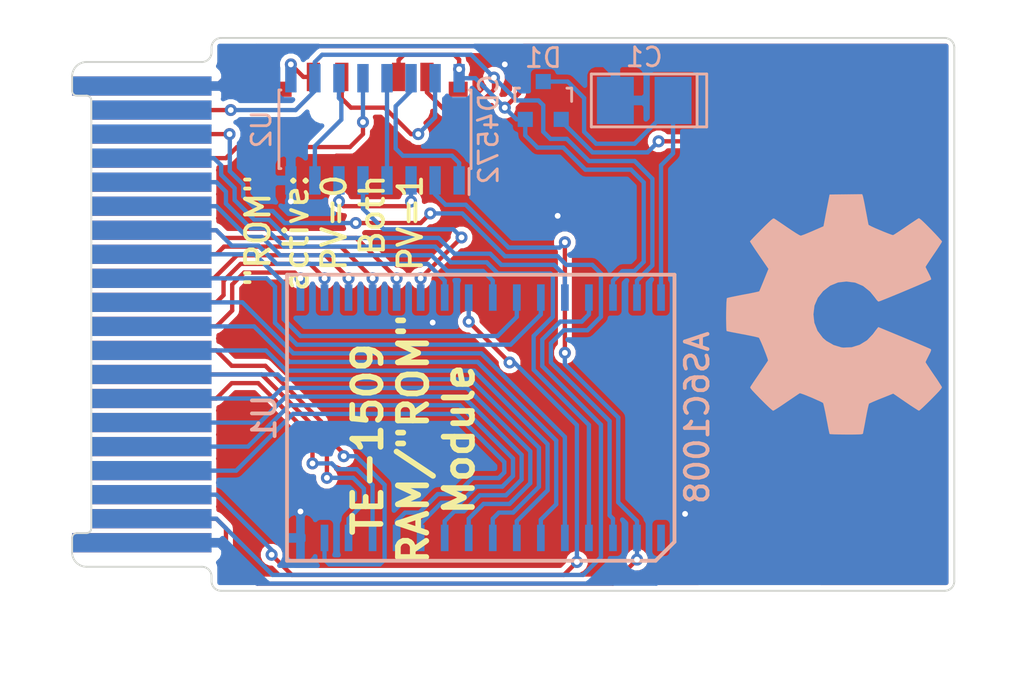
<source format=kicad_pcb>
(kicad_pcb (version 4) (host pcbnew "(2014-10-27 BZR 5228)-product")

  (general
    (links 51)
    (no_connects 1)
    (area 44.196 17.171999 98.298001 53.440001)
    (thickness 1.6)
    (drawings 28)
    (tracks 441)
    (zones 0)
    (modules 8)
    (nets 40)
  )

  (page User 152.4 101.6)
  (layers
    (0 F.Cu signal)
    (31 B.Cu signal)
    (32 B.Adhes user)
    (33 F.Adhes user)
    (34 B.Paste user)
    (35 F.Paste user)
    (36 B.SilkS user)
    (37 F.SilkS user)
    (38 B.Mask user)
    (39 F.Mask user)
    (40 Dwgs.User user)
    (41 Cmts.User user)
    (42 Eco1.User user)
    (43 Eco2.User user)
    (44 Edge.Cuts user)
    (45 Margin user)
    (46 B.CrtYd user)
    (47 F.CrtYd user)
    (48 B.Fab user)
    (49 F.Fab user)
  )

  (setup
    (last_trace_width 0.2286)
    (trace_clearance 0.2286)
    (zone_clearance 0.254)
    (zone_45_only no)
    (trace_min 0.2286)
    (segment_width 0.2)
    (edge_width 0.1)
    (via_size 0.635)
    (via_drill 0.3048)
    (via_min_size 0.635)
    (via_min_drill 0.3048)
    (uvia_size 0.508)
    (uvia_drill 0.127)
    (uvias_allowed no)
    (uvia_min_size 0.508)
    (uvia_min_drill 0.127)
    (pcb_text_width 0.3)
    (pcb_text_size 1.5 1.5)
    (mod_edge_width 0.15)
    (mod_text_size 1 1)
    (mod_text_width 0.15)
    (pad_size 6.35 6.35)
    (pad_drill 0)
    (pad_to_mask_clearance 0)
    (aux_axis_origin 48.006 19.177)
    (grid_origin 48.006 19.177)
    (visible_elements 7FFFFF7F)
    (pcbplotparams
      (layerselection 0x0103c_80000001)
      (usegerberextensions true)
      (excludeedgelayer true)
      (linewidth 0.100000)
      (plotframeref false)
      (viasonmask false)
      (mode 1)
      (useauxorigin true)
      (hpglpennumber 1)
      (hpglpenspeed 20)
      (hpglpendiameter 15)
      (hpglpenoverlay 2)
      (psnegative false)
      (psa4output false)
      (plotreference true)
      (plotvalue false)
      (plotinvisibletext false)
      (padsonsilk false)
      (subtractmaskfromsilk true)
      (outputformat 1)
      (mirror false)
      (drillshape 0)
      (scaleselection 1)
      (outputdirectory ""))
  )

  (net 0 "")
  (net 1 VCC)
  (net 2 /AD13)
  (net 3 /AD8)
  (net 4 /AD9)
  (net 5 /AD11)
  (net 6 /~OD)
  (net 7 /AD10)
  (net 8 /D7)
  (net 9 /D6)
  (net 10 /D5)
  (net 11 /D4)
  (net 12 /D3)
  (net 13 /AD2)
  (net 14 /AD1)
  (net 15 /AD0)
  (net 16 /D0)
  (net 17 /D1)
  (net 18 /D2)
  (net 19 GND)
  (net 20 /AD12)
  (net 21 /AD7)
  (net 22 /AD6)
  (net 23 /AD5)
  (net 24 /AD4)
  (net 25 /AD3)
  (net 26 /~Y0)
  (net 27 /PV)
  (net 28 /PU)
  (net 29 /VRR)
  (net 30 /~WE)
  (net 31 /~CE)
  (net 32 /~Y2)
  (net 33 /BT+)
  (net 34 /~PV)
  (net 35 /BSW)
  (net 36 "Net-(U2-Pad3)")
  (net 37 /Y2)
  (net 38 "Net-(U2-Pad13)")
  (net 39 /Y0)

  (net_class Default "This is the default net class."
    (clearance 0.2286)
    (trace_width 0.2286)
    (via_dia 0.635)
    (via_drill 0.3048)
    (uvia_dia 0.508)
    (uvia_drill 0.127)
    (add_net /AD0)
    (add_net /AD1)
    (add_net /AD10)
    (add_net /AD11)
    (add_net /AD12)
    (add_net /AD13)
    (add_net /AD2)
    (add_net /AD3)
    (add_net /AD4)
    (add_net /AD5)
    (add_net /AD6)
    (add_net /AD7)
    (add_net /AD8)
    (add_net /AD9)
    (add_net /BSW)
    (add_net /BT+)
    (add_net /D0)
    (add_net /D1)
    (add_net /D2)
    (add_net /D3)
    (add_net /D4)
    (add_net /D5)
    (add_net /D6)
    (add_net /D7)
    (add_net /PU)
    (add_net /PV)
    (add_net /VRR)
    (add_net /Y0)
    (add_net /Y2)
    (add_net /~CE)
    (add_net /~OD)
    (add_net /~PV)
    (add_net /~WE)
    (add_net /~Y0)
    (add_net /~Y2)
    (add_net GND)
    (add_net "Net-(U2-Pad13)")
    (add_net "Net-(U2-Pad3)")
    (add_net VCC)
  )

  (module te-1509:CR2032 (layer F.Cu) (tedit 55451BAB) (tstamp 5545E3DB)
    (at 84.328 34.925 270)
    (path /5541A088)
    (fp_text reference BT1 (at 0 -10.541 270) (layer F.SilkS) hide
      (effects (font (size 1.5 1.5) (thickness 0.15)))
    )
    (fp_text value BATTERY (at 0 10.541 270) (layer F.SilkS) hide
      (effects (font (size 1.5 1.5) (thickness 0.15)))
    )
    (fp_arc (start 0 13.97) (end -6.604 7.366) (angle 90) (layer Margin) (width 0.15))
    (fp_line (start 10.541 4.445) (end 6.604 7.366) (layer Margin) (width 0.15))
    (fp_line (start -10.541 4.445) (end -6.604 7.366) (layer Margin) (width 0.15))
    (fp_line (start -10.541 0) (end -10.541 4.445) (layer Margin) (width 0.15))
    (fp_line (start 10.541 0) (end 10.541 4.445) (layer Margin) (width 0.15))
    (fp_line (start -10.541 0) (end -10.541 -5.08) (layer Margin) (width 0.15))
    (fp_line (start -10.541 -5.08) (end -8.255 -7.366) (layer Margin) (width 0.15))
    (fp_line (start -8.255 -7.366) (end 8.255 -7.366) (layer Margin) (width 0.15))
    (fp_line (start 8.255 -7.366) (end 10.541 -5.08) (layer Margin) (width 0.15))
    (fp_line (start 10.541 -5.08) (end 10.541 0) (layer Margin) (width 0.15))
    (pad 1 smd rect (at 11.43 0 270) (size 2.54 5.08) (layers F.Cu F.Mask)
      (net 33 /BT+) (clearance 0.635))
    (pad 2 smd circle (at 0 0 270) (size 6.35 6.35) (layers F.Cu F.Mask)
      (net 19 GND) (solder_mask_margin 6.35) (clearance 6.35) (zone_connect 2))
    (pad 1 smd rect (at -11.43 0 270) (size 2.54 5.08) (layers F.Cu F.Mask)
      (net 33 /BT+) (clearance 0.635))
  )

  (module te-1509:CE_CONN locked (layer F.Cu) (tedit 55400AD9) (tstamp 55401126)
    (at 52.197 33.782)
    (path /553EB638)
    (fp_text reference CN1 (at 0 14.273) (layer F.SilkS) hide
      (effects (font (size 1.2 1.2) (thickness 0.2)))
    )
    (fp_text value ce-connector (at 0 -14.273) (layer F.SilkS) hide
      (effects (font (size 1.2 1.2) (thickness 0.2)))
    )
    (pad 1 smd rect (at -0.508 -12.065) (size 7.366 1.016) (layers F.Cu F.Mask)
      (net 1 VCC))
    (pad 2 smd rect (at 0 -10.795) (size 6.35 1.016) (layers F.Cu F.Mask)
      (net 27 /PV))
    (pad 3 smd rect (at 0 -9.525) (size 6.35 1.016) (layers F.Cu F.Mask)
      (net 28 /PU))
    (pad 4 smd rect (at 0 -8.255) (size 6.35 1.016) (layers F.Cu F.Mask)
      (net 26 /~Y0))
    (pad 5 smd rect (at 0 -6.985) (size 6.35 1.016) (layers F.Cu F.Mask))
    (pad 6 smd rect (at 0 -5.715) (size 6.35 1.016) (layers F.Cu F.Mask))
    (pad 7 smd rect (at 0 -4.445) (size 6.35 1.016) (layers F.Cu F.Mask)
      (net 8 /D7))
    (pad 8 smd rect (at 0 -3.175) (size 6.35 1.016) (layers F.Cu F.Mask)
      (net 9 /D6))
    (pad 9 smd rect (at 0 -1.905) (size 6.35 1.016) (layers F.Cu F.Mask)
      (net 10 /D5))
    (pad 10 smd rect (at 0 -0.635) (size 6.35 1.016) (layers F.Cu F.Mask)
      (net 11 /D4))
    (pad 11 smd rect (at 0 0.635) (size 6.35 1.016) (layers F.Cu F.Mask)
      (net 12 /D3))
    (pad 12 smd rect (at 0 1.905) (size 6.35 1.016) (layers F.Cu F.Mask)
      (net 18 /D2))
    (pad 13 smd rect (at 0 3.175) (size 6.35 1.016) (layers F.Cu F.Mask)
      (net 17 /D1))
    (pad 14 smd rect (at 0 4.445) (size 6.35 1.016) (layers F.Cu F.Mask)
      (net 16 /D0))
    (pad 35 smd rect (at 0 5.715) (size 6.35 1.016) (layers B.Cu B.Mask)
      (net 13 /AD2))
    (pad 15 smd rect (at 0 5.715) (size 6.35 1.016) (layers F.Cu F.Mask))
    (pad 16 smd rect (at 0 6.985) (size 6.35 1.016) (layers F.Cu F.Mask))
    (pad 17 smd rect (at 0 8.255) (size 6.35 1.016) (layers F.Cu F.Mask))
    (pad 18 smd rect (at 0 9.525) (size 6.35 1.016) (layers F.Cu F.Mask))
    (pad 19 smd rect (at 0 10.795) (size 6.35 1.016) (layers F.Cu F.Mask)
      (net 32 /~Y2))
    (pad 20 smd rect (at -0.508 12.065) (size 7.366 1.016) (layers F.Cu F.Mask))
    (pad 21 smd rect (at -0.508 -12.065) (size 7.366 1.016) (layers B.Cu B.Mask)
      (net 19 GND))
    (pad 22 smd rect (at 0 -10.795) (size 6.35 1.016) (layers B.Cu B.Mask))
    (pad 23 smd rect (at 0 -9.525) (size 6.35 1.016) (layers B.Cu B.Mask))
    (pad 24 smd rect (at 0 -8.255) (size 6.35 1.016) (layers B.Cu B.Mask)
      (net 2 /AD13))
    (pad 25 smd rect (at 0 -6.985) (size 6.35 1.016) (layers B.Cu B.Mask)
      (net 20 /AD12))
    (pad 26 smd rect (at 0 -5.715) (size 6.35 1.016) (layers B.Cu B.Mask)
      (net 5 /AD11))
    (pad 27 smd rect (at 0 -4.445) (size 6.35 1.016) (layers B.Cu B.Mask)
      (net 7 /AD10))
    (pad 28 smd rect (at 0 -3.175) (size 6.35 1.016) (layers B.Cu B.Mask)
      (net 4 /AD9))
    (pad 29 smd rect (at 0 -1.905) (size 6.35 1.016) (layers B.Cu B.Mask)
      (net 3 /AD8))
    (pad 30 smd rect (at 0 -0.635) (size 6.35 1.016) (layers B.Cu B.Mask)
      (net 21 /AD7))
    (pad 31 smd rect (at 0 0.635) (size 6.35 1.016) (layers B.Cu B.Mask)
      (net 22 /AD6))
    (pad 32 smd rect (at 0 1.905) (size 6.35 1.016) (layers B.Cu B.Mask)
      (net 23 /AD5))
    (pad 33 smd rect (at 0 3.175) (size 6.35 1.016) (layers B.Cu B.Mask)
      (net 24 /AD4))
    (pad 34 smd rect (at 0 4.445) (size 6.35 1.016) (layers B.Cu B.Mask)
      (net 25 /AD3))
    (pad 36 smd rect (at 0 6.985) (size 6.35 1.016) (layers B.Cu B.Mask)
      (net 14 /AD1))
    (pad 37 smd rect (at 0 8.255) (size 6.35 1.016) (layers B.Cu B.Mask)
      (net 15 /AD0))
    (pad 38 smd rect (at 0 9.525) (size 6.35 1.016) (layers B.Cu B.Mask)
      (net 6 /~OD))
    (pad 39 smd rect (at 0 10.795) (size 6.35 1.016) (layers B.Cu B.Mask)
      (net 30 /~WE))
    (pad 40 smd rect (at -0.508 12.065) (size 7.366 1.016) (layers B.Cu B.Mask)
      (net 19 GND))
  )

  (module Housings_SOT-23_SOT-143_TSOT-6:SOT-23 (layer B.Cu) (tedit 5545156F) (tstamp 5545E3F6)
    (at 72.898 22.479 180)
    (descr "SOT-23, Standard")
    (tags SOT-23)
    (path /5543AF36)
    (attr smd)
    (fp_text reference D1 (at 0 2.25 180) (layer B.SilkS)
      (effects (font (size 1 1) (thickness 0.15)) (justify mirror))
    )
    (fp_text value BAT54C (at 0 -2.3 180) (layer B.Fab) hide
      (effects (font (size 1 1) (thickness 0.15)) (justify mirror))
    )
    (fp_line (start -1.65 1.6) (end 1.65 1.6) (layer B.CrtYd) (width 0.05))
    (fp_line (start 1.65 1.6) (end 1.65 -1.6) (layer B.CrtYd) (width 0.05))
    (fp_line (start 1.65 -1.6) (end -1.65 -1.6) (layer B.CrtYd) (width 0.05))
    (fp_line (start -1.65 -1.6) (end -1.65 1.6) (layer B.CrtYd) (width 0.05))
    (fp_line (start 1.29916 0.65024) (end 1.2509 0.65024) (layer B.SilkS) (width 0.15))
    (fp_line (start -1.49982 -0.0508) (end -1.49982 0.65024) (layer B.SilkS) (width 0.15))
    (fp_line (start -1.49982 0.65024) (end -1.2509 0.65024) (layer B.SilkS) (width 0.15))
    (fp_line (start 1.29916 0.65024) (end 1.49982 0.65024) (layer B.SilkS) (width 0.15))
    (fp_line (start 1.49982 0.65024) (end 1.49982 -0.0508) (layer B.SilkS) (width 0.15))
    (pad 1 smd rect (at -0.95 -1.00076 180) (size 0.8001 0.8001) (layers B.Cu B.Paste B.Mask)
      (net 33 /BT+))
    (pad 2 smd rect (at 0.95 -1.00076 180) (size 0.8001 0.8001) (layers B.Cu B.Paste B.Mask)
      (net 1 VCC))
    (pad 3 smd rect (at 0 0.99822 180) (size 0.8001 0.8001) (layers B.Cu B.Paste B.Mask)
      (net 29 /VRR))
    (model smd/SOT23_3.wrl
      (at (xyz 0 0 0))
      (scale (xyz 0.35 0.35 0.35))
      (rotate (xyz 0 0 180))
    )
  )

  (module te-1509:EG1300 (layer F.Cu) (tedit 5542BA3D) (tstamp 5545E40D)
    (at 63.754 22.987)
    (path /5543BB86)
    (fp_text reference SW1 (at 0 -3.937) (layer F.SilkS) hide
      (effects (font (size 1.5 1.5) (thickness 0.15)))
    )
    (fp_text value SP3T (at 0 5.5) (layer F.SilkS) hide
      (effects (font (size 1.5 1.5) (thickness 0.15)))
    )
    (fp_line (start -0.75 1.3) (end -0.75 2.75) (layer Margin) (width 0.15))
    (fp_line (start -0.75 2.75) (end -0.7 2.8) (layer Margin) (width 0.15))
    (fp_line (start -0.7 2.8) (end 0.7 2.8) (layer Margin) (width 0.15))
    (fp_line (start 0.7 2.8) (end 0.75 2.75) (layer Margin) (width 0.15))
    (fp_line (start 0.75 2.75) (end 0.75 1.3) (layer Margin) (width 0.15))
    (fp_line (start -4.85 -1.3) (end -4.85 1.3) (layer Margin) (width 0.15))
    (fp_line (start -4.85 1.3) (end 4.85 1.3) (layer Margin) (width 0.15))
    (fp_line (start 4.85 1.3) (end 4.85 -1.3) (layer Margin) (width 0.15))
    (fp_line (start 4.85 -1.3) (end -4.85 -1.3) (layer Margin) (width 0.15))
    (pad 2 smd rect (at 3 -1.75) (size 0.7 1.5) (layers F.Cu F.Paste F.Mask)
      (net 27 /PV))
    (pad 3 smd rect (at 1.5 -1.75) (size 0.7 1.5) (layers F.Cu F.Paste F.Mask)
      (net 1 VCC))
    (pad 4 smd rect (at -3 -1.75) (size 0.7 1.5) (layers F.Cu F.Paste F.Mask)
      (net 34 /~PV))
    (pad "" smd rect (at 4.65 1.1) (size 1 0.8) (layers F.Cu F.Paste F.Mask))
    (pad "" smd rect (at 4.65 -1.1) (size 1 0.8) (layers F.Cu F.Paste F.Mask))
    (pad "" np_thru_hole circle (at 2.5 0) (size 0.825 0.825) (drill 0.825) (layers *.Cu))
    (pad "" np_thru_hole circle (at -2.5 0) (size 0.9 0.9) (drill 0.9) (layers *.Cu))
    (pad "" smd rect (at -4.65 -1.1) (size 1 0.8) (layers F.Cu F.Paste F.Mask))
    (pad "" smd rect (at -4.65 1.1) (size 1 0.8) (layers F.Cu F.Paste F.Mask))
    (pad 1 smd rect (at -1.5 -1.75) (size 0.7 1.5) (layers F.Cu F.Paste F.Mask)
      (net 35 /BSW))
  )

  (module te-1509:SOP32 (layer B.Cu) (tedit 55450A22) (tstamp 5545E436)
    (at 69.596 39.243 90)
    (path /5544E8CA)
    (fp_text reference U1 (at 0 -11.4362 90) (layer B.SilkS)
      (effects (font (size 1.2 1.2) (thickness 0.2)) (justify mirror))
    )
    (fp_text value AS6C1008 (at 0 11.4362 90) (layer B.SilkS)
      (effects (font (size 1.2 1.2) (thickness 0.2)) (justify mirror))
    )
    (fp_line (start -6.5565 10.2362) (end -7.5565 9.2362) (layer B.SilkS) (width 0.2))
    (fp_line (start -7.5565 9.2362) (end -7.5565 -10.2362) (layer B.SilkS) (width 0.2))
    (fp_line (start -7.5565 -10.2362) (end 7.5565 -10.2362) (layer B.SilkS) (width 0.2))
    (fp_line (start 7.5565 -10.2362) (end 7.5565 10.2362) (layer B.SilkS) (width 0.2))
    (fp_line (start 7.5565 10.2362) (end -6.5565 10.2362) (layer B.SilkS) (width 0.2))
    (pad 1 smd rect (at -6.35 9.525 90) (size 1.397 0.4064) (layers B.Cu B.Paste B.Mask))
    (pad 2 smd rect (at -6.35 8.255 90) (size 1.397 0.4064) (layers B.Cu B.Paste B.Mask)
      (net 32 /~Y2))
    (pad 3 smd rect (at -6.35 6.985 90) (size 1.397 0.4064) (layers B.Cu B.Paste B.Mask)
      (net 28 /PU))
    (pad 4 smd rect (at -6.35 5.715 90) (size 1.397 0.4064) (layers B.Cu B.Paste B.Mask)
      (net 20 /AD12))
    (pad 5 smd rect (at -6.35 4.445 90) (size 1.397 0.4064) (layers B.Cu B.Paste B.Mask)
      (net 21 /AD7))
    (pad 6 smd rect (at -6.35 3.175 90) (size 1.397 0.4064) (layers B.Cu B.Paste B.Mask)
      (net 22 /AD6))
    (pad 7 smd rect (at -6.35 1.905 90) (size 1.397 0.4064) (layers B.Cu B.Paste B.Mask)
      (net 23 /AD5))
    (pad 8 smd rect (at -6.35 0.635 90) (size 1.397 0.4064) (layers B.Cu B.Paste B.Mask)
      (net 24 /AD4))
    (pad 9 smd rect (at -6.35 -0.635 90) (size 1.397 0.4064) (layers B.Cu B.Paste B.Mask)
      (net 25 /AD3))
    (pad 10 smd rect (at -6.35 -1.905 90) (size 1.397 0.4064) (layers B.Cu B.Paste B.Mask)
      (net 13 /AD2))
    (pad 11 smd rect (at -6.35 -3.175 90) (size 1.397 0.4064) (layers B.Cu B.Paste B.Mask)
      (net 14 /AD1))
    (pad 12 smd rect (at -6.35 -4.445 90) (size 1.397 0.4064) (layers B.Cu B.Paste B.Mask)
      (net 15 /AD0))
    (pad 13 smd rect (at -6.35 -5.715 90) (size 1.397 0.4064) (layers B.Cu B.Paste B.Mask)
      (net 16 /D0))
    (pad 14 smd rect (at -6.35 -6.985 90) (size 1.397 0.4064) (layers B.Cu B.Paste B.Mask)
      (net 17 /D1))
    (pad 15 smd rect (at -6.35 -8.255 90) (size 1.397 0.4064) (layers B.Cu B.Paste B.Mask)
      (net 18 /D2))
    (pad 16 smd rect (at -6.35 -9.525 90) (size 1.397 0.4064) (layers B.Cu B.Paste B.Mask)
      (net 19 GND))
    (pad 32 smd rect (at 6.35 9.525 90) (size 1.397 0.4064) (layers B.Cu B.Paste B.Mask)
      (net 29 /VRR))
    (pad 31 smd rect (at 6.35 8.255 90) (size 1.397 0.4064) (layers B.Cu B.Paste B.Mask)
      (net 27 /PV))
    (pad 30 smd rect (at 6.35 6.985 90) (size 1.397 0.4064) (layers B.Cu B.Paste B.Mask)
      (net 1 VCC))
    (pad 29 smd rect (at 6.35 5.715 90) (size 1.397 0.4064) (layers B.Cu B.Paste B.Mask)
      (net 30 /~WE))
    (pad 28 smd rect (at 6.35 4.445 90) (size 1.397 0.4064) (layers B.Cu B.Paste B.Mask)
      (net 2 /AD13))
    (pad 27 smd rect (at 6.35 3.175 90) (size 1.397 0.4064) (layers B.Cu B.Paste B.Mask)
      (net 3 /AD8))
    (pad 26 smd rect (at 6.35 1.905 90) (size 1.397 0.4064) (layers B.Cu B.Paste B.Mask)
      (net 4 /AD9))
    (pad 25 smd rect (at 6.35 0.635 90) (size 1.397 0.4064) (layers B.Cu B.Paste B.Mask)
      (net 5 /AD11))
    (pad 24 smd rect (at 6.35 -0.635 90) (size 1.397 0.4064) (layers B.Cu B.Paste B.Mask)
      (net 6 /~OD))
    (pad 23 smd rect (at 6.35 -1.905 90) (size 1.397 0.4064) (layers B.Cu B.Paste B.Mask)
      (net 7 /AD10))
    (pad 22 smd rect (at 6.35 -3.175 90) (size 1.397 0.4064) (layers B.Cu B.Paste B.Mask)
      (net 31 /~CE))
    (pad 21 smd rect (at 6.35 -4.445 90) (size 1.397 0.4064) (layers B.Cu B.Paste B.Mask)
      (net 8 /D7))
    (pad 20 smd rect (at 6.35 -5.715 90) (size 1.397 0.4064) (layers B.Cu B.Paste B.Mask)
      (net 9 /D6))
    (pad 19 smd rect (at 6.35 -6.985 90) (size 1.397 0.4064) (layers B.Cu B.Paste B.Mask)
      (net 10 /D5))
    (pad 18 smd rect (at 6.35 -8.255 90) (size 1.397 0.4064) (layers B.Cu B.Paste B.Mask)
      (net 11 /D4))
    (pad 17 smd rect (at 6.35 -9.525 90) (size 1.397 0.4064) (layers B.Cu B.Paste B.Mask)
      (net 12 /D3))
    (model Housings_SSOP/TSSOP-32_6.1x11mm_Pitch0.65mm.wrl
      (at (xyz 0 0 0))
      (scale (xyz 1.65 1.95 1))
      (rotate (xyz 0 0 0))
    )
  )

  (module Housings_SOIC:SOIC-16_3.9x9.9mm_Pitch1.27mm (layer B.Cu) (tedit 5545413F) (tstamp 5545E455)
    (at 64.008 24.003 90)
    (descr "16-Lead Plastic Small Outline (SL) - Narrow, 3.90 mm Body [SOIC] (see Microchip Packaging Specification 00000049BS.pdf)")
    (tags "SOIC 1.27")
    (path /5545123C)
    (attr smd)
    (fp_text reference U2 (at 0 -6 90) (layer B.SilkS)
      (effects (font (size 1 1) (thickness 0.15)) (justify mirror))
    )
    (fp_text value CD4572 (at 0 6 90) (layer B.SilkS)
      (effects (font (size 1 1) (thickness 0.15)) (justify mirror))
    )
    (fp_line (start -3.7 5.25) (end -3.7 -5.25) (layer B.CrtYd) (width 0.05))
    (fp_line (start 3.7 5.25) (end 3.7 -5.25) (layer B.CrtYd) (width 0.05))
    (fp_line (start -3.7 5.25) (end 3.7 5.25) (layer B.CrtYd) (width 0.05))
    (fp_line (start -3.7 -5.25) (end 3.7 -5.25) (layer B.CrtYd) (width 0.05))
    (fp_line (start -2.075 5.075) (end -2.075 4.97) (layer B.SilkS) (width 0.15))
    (fp_line (start 2.075 5.075) (end 2.075 4.97) (layer B.SilkS) (width 0.15))
    (fp_line (start 2.075 -5.075) (end 2.075 -4.97) (layer B.SilkS) (width 0.15))
    (fp_line (start -2.075 -5.075) (end -2.075 -4.97) (layer B.SilkS) (width 0.15))
    (fp_line (start -2.075 5.075) (end 2.075 5.075) (layer B.SilkS) (width 0.15))
    (fp_line (start -2.075 -5.075) (end 2.075 -5.075) (layer B.SilkS) (width 0.15))
    (fp_line (start -2.075 4.97) (end -3.45 4.97) (layer B.SilkS) (width 0.15))
    (pad 1 smd rect (at -2.7 4.445 90) (size 1.5 0.6) (layers B.Cu B.Paste B.Mask)
      (net 37 /Y2))
    (pad 2 smd rect (at -2.7 3.175 90) (size 1.5 0.6) (layers B.Cu B.Paste B.Mask)
      (net 32 /~Y2))
    (pad 3 smd rect (at -2.7 1.905 90) (size 1.5 0.6) (layers B.Cu B.Paste B.Mask)
      (net 36 "Net-(U2-Pad3)"))
    (pad 4 smd rect (at -2.7 0.635 90) (size 1.5 0.6) (layers B.Cu B.Paste B.Mask)
      (net 38 "Net-(U2-Pad13)"))
    (pad 5 smd rect (at -2.7 -0.635 90) (size 1.5 0.6) (layers B.Cu B.Paste B.Mask)
      (net 31 /~CE))
    (pad 6 smd rect (at -2.7 -1.905 90) (size 1.5 0.6) (layers B.Cu B.Paste B.Mask)
      (net 36 "Net-(U2-Pad3)"))
    (pad 7 smd rect (at -2.7 -3.175 90) (size 1.5 0.6) (layers B.Cu B.Paste B.Mask)
      (net 39 /Y0))
    (pad 8 smd rect (at -2.7 -4.445 90) (size 1.5 0.6) (layers B.Cu B.Paste B.Mask)
      (net 19 GND))
    (pad 9 smd rect (at 2.7 -4.445 90) (size 1.5 0.6) (layers B.Cu B.Paste B.Mask)
      (net 34 /~PV))
    (pad 10 smd rect (at 2.7 -3.175 90) (size 1.5 0.6) (layers B.Cu B.Paste B.Mask)
      (net 27 /PV))
    (pad 11 smd rect (at 2.7 -1.905 90) (size 1.5 0.6) (layers B.Cu B.Paste B.Mask)
      (net 39 /Y0))
    (pad 12 smd rect (at 2.7 -0.635 90) (size 1.5 0.6) (layers B.Cu B.Paste B.Mask)
      (net 26 /~Y0))
    (pad 13 smd rect (at 2.7 0.635 90) (size 1.5 0.6) (layers B.Cu B.Paste B.Mask)
      (net 38 "Net-(U2-Pad13)"))
    (pad 14 smd rect (at 2.7 1.905 90) (size 1.5 0.6) (layers B.Cu B.Paste B.Mask)
      (net 37 /Y2))
    (pad 15 smd rect (at 2.7 3.175 90) (size 1.5 0.6) (layers B.Cu B.Paste B.Mask)
      (net 35 /BSW))
    (pad 16 smd rect (at 2.7 4.445 90) (size 1.5 0.6) (layers B.Cu B.Paste B.Mask)
      (net 1 VCC))
    (model Housings_SOIC/SOIC-16_3.9x9.9mm_Pitch1.27mm.wrl
      (at (xyz 0 0 0))
      (scale (xyz 1 1 1))
      (rotate (xyz 0 0 0))
    )
  )

  (module te-1509:TantalC_SizeT_EIA-3528 (layer B.Cu) (tedit 55451883) (tstamp 55462F90)
    (at 78.232 22.479)
    (descr TantalC_SizeT_EIA-3528)
    (path /55451DD1)
    (fp_text reference C1 (at 0 -2.286) (layer B.SilkS)
      (effects (font (size 1 1) (thickness 0.15)) (justify mirror))
    )
    (fp_text value 220u (at 0 2.286) (layer B.Fab) hide
      (effects (font (size 1 1) (thickness 0.15)) (justify mirror))
    )
    (fp_line (start 2.794 1.397) (end 2.794 -1.397) (layer B.SilkS) (width 0.15))
    (fp_line (start 3.302 1.397) (end -2.794 1.397) (layer B.SilkS) (width 0.15))
    (fp_line (start -2.794 1.397) (end -2.794 -1.397) (layer B.SilkS) (width 0.15))
    (fp_line (start -2.794 -1.397) (end 3.302 -1.397) (layer B.SilkS) (width 0.15))
    (fp_line (start 3.302 -1.397) (end 3.302 1.397) (layer B.SilkS) (width 0.15))
    (pad 1 smd rect (at 1.524 0) (size 1.95072 2.49936) (layers B.Cu B.Paste B.Mask)
      (net 29 /VRR))
    (pad 2 smd rect (at -1.524 0) (size 1.95072 2.49936) (layers B.Cu B.Paste B.Mask)
      (net 19 GND))
    (model smd/Capacitors/c_tant_D.wrl
      (at (xyz 0 0 0))
      (scale (xyz 0.6 0.6 0.6))
      (rotate (xyz 0 0 0))
    )
  )

  (module te-1509:OSHW_LOGO (layer B.Cu) (tedit 0) (tstamp 55456B21)
    (at 88.265 33.782 270)
    (fp_text reference G*** (at 0 -6.73608 270) (layer B.SilkS) hide
      (effects (font (size 0.57912 0.57912) (thickness 0.1143)) (justify mirror))
    )
    (fp_text value LOGO (at 0 6.73608 270) (layer B.SilkS) hide
      (effects (font (size 0.57912 0.57912) (thickness 0.1143)) (justify mirror))
    )
    (fp_poly (pts (xy -3.85064 -5.70484) (xy -3.78206 -5.66928) (xy -3.63474 -5.5753) (xy -3.42138 -5.43814)
      (xy -3.17246 -5.26796) (xy -2.921 -5.09778) (xy -2.71272 -4.96062) (xy -2.56794 -4.86664)
      (xy -2.50698 -4.83362) (xy -2.4765 -4.84632) (xy -2.35458 -4.90474) (xy -2.18186 -4.99364)
      (xy -2.0828 -5.04444) (xy -1.92278 -5.11556) (xy -1.84404 -5.12826) (xy -1.83134 -5.1054)
      (xy -1.77292 -4.98348) (xy -1.68148 -4.77774) (xy -1.55956 -4.50088) (xy -1.4224 -4.1783)
      (xy -1.27508 -3.83032) (xy -1.12776 -3.47726) (xy -0.98806 -3.13944) (xy -0.8636 -2.83464)
      (xy -0.76454 -2.58826) (xy -0.6985 -2.41554) (xy -0.67564 -2.34188) (xy -0.68326 -2.32664)
      (xy -0.762 -2.2479) (xy -0.9017 -2.14376) (xy -1.20142 -1.89992) (xy -1.4986 -1.53162)
      (xy -1.67894 -1.10998) (xy -1.73736 -0.64262) (xy -1.68656 -0.20828) (xy -1.51638 0.20828)
      (xy -1.22682 0.58166) (xy -0.87376 0.86106) (xy -0.46228 1.03632) (xy 0 1.0922)
      (xy 0.44196 1.04394) (xy 0.86868 0.8763) (xy 1.24206 0.59182) (xy 1.39954 0.40894)
      (xy 1.61798 0.02794) (xy 1.74244 -0.37846) (xy 1.75514 -0.4826) (xy 1.73736 -0.9271)
      (xy 1.60528 -1.35382) (xy 1.36906 -1.73736) (xy 1.04394 -2.04978) (xy 1.0033 -2.08026)
      (xy 0.8509 -2.19202) (xy 0.7493 -2.27076) (xy 0.67056 -2.3368) (xy 1.23698 -3.70332)
      (xy 1.32842 -3.92176) (xy 1.48336 -4.29514) (xy 1.62052 -4.61518) (xy 1.72974 -4.87172)
      (xy 1.80594 -5.04444) (xy 1.83896 -5.11302) (xy 1.84404 -5.11556) (xy 1.8923 -5.12572)
      (xy 1.99898 -5.08762) (xy 2.18694 -4.99364) (xy 2.31394 -4.93014) (xy 2.45872 -4.85902)
      (xy 2.52476 -4.83362) (xy 2.58064 -4.8641) (xy 2.72034 -4.95554) (xy 2.92354 -5.09016)
      (xy 3.16738 -5.25526) (xy 3.39852 -5.41528) (xy 3.61442 -5.55498) (xy 3.7719 -5.65658)
      (xy 3.84556 -5.69722) (xy 3.85826 -5.69722) (xy 3.92684 -5.65912) (xy 4.04876 -5.55498)
      (xy 4.23418 -5.37972) (xy 4.49834 -5.12064) (xy 4.53898 -5.08) (xy 4.75488 -4.85902)
      (xy 4.93014 -4.67614) (xy 5.04952 -4.54406) (xy 5.09016 -4.4831) (xy 5.09016 -4.4831)
      (xy 5.05206 -4.40944) (xy 4.953 -4.2545) (xy 4.81076 -4.03606) (xy 4.63804 -3.78206)
      (xy 4.18592 -3.1242) (xy 4.43484 -2.50444) (xy 4.51104 -2.31394) (xy 4.60756 -2.0828)
      (xy 4.68122 -1.92024) (xy 4.71678 -1.84658) (xy 4.78536 -1.82372) (xy 4.95554 -1.78308)
      (xy 5.19938 -1.73228) (xy 5.49402 -1.6764) (xy 5.77342 -1.6256) (xy 6.02742 -1.57734)
      (xy 6.2103 -1.54178) (xy 6.29158 -1.52654) (xy 6.3119 -1.51384) (xy 6.32714 -1.4732)
      (xy 6.33984 -1.38938) (xy 6.34492 -1.23444) (xy 6.34746 -0.99314) (xy 6.34746 -0.64262)
      (xy 6.34746 -0.60452) (xy 6.34492 -0.26924) (xy 6.33984 -0.00508) (xy 6.32968 0.17018)
      (xy 6.31952 0.23876) (xy 6.31698 0.23876) (xy 6.23824 0.25908) (xy 6.06044 0.29718)
      (xy 5.80644 0.34544) (xy 5.50672 0.40386) (xy 5.4864 0.4064) (xy 5.18668 0.46482)
      (xy 4.93522 0.51816) (xy 4.75996 0.5588) (xy 4.68376 0.58166) (xy 4.66852 0.60198)
      (xy 4.60756 0.71882) (xy 4.52374 0.90678) (xy 4.42214 1.13284) (xy 4.32562 1.36906)
      (xy 4.23926 1.57988) (xy 4.18338 1.7399) (xy 4.1656 1.81102) (xy 4.1656 1.81356)
      (xy 4.21132 1.88468) (xy 4.31546 2.03962) (xy 4.46278 2.25552) (xy 4.6355 2.51206)
      (xy 4.65074 2.53238) (xy 4.82346 2.78638) (xy 4.96316 2.99974) (xy 5.05714 3.15214)
      (xy 5.09016 3.22072) (xy 5.09016 3.2258) (xy 5.03428 3.302) (xy 4.90474 3.44678)
      (xy 4.71932 3.63982) (xy 4.4958 3.86334) (xy 4.42468 3.93446) (xy 4.1783 4.17322)
      (xy 4.00812 4.33324) (xy 3.90144 4.41706) (xy 3.85064 4.43484) (xy 3.8481 4.4323)
      (xy 3.7719 4.38658) (xy 3.61188 4.28244) (xy 3.39344 4.13512) (xy 3.1369 3.95986)
      (xy 3.11658 3.94716) (xy 2.86512 3.77698) (xy 2.65176 3.6322) (xy 2.5019 3.53314)
      (xy 2.43586 3.4925) (xy 2.4257 3.4925) (xy 2.32156 3.52298) (xy 2.14122 3.58648)
      (xy 1.92024 3.67284) (xy 1.68402 3.76682) (xy 1.47066 3.85826) (xy 1.31064 3.93192)
      (xy 1.23444 3.97256) (xy 1.23444 3.97764) (xy 1.2065 4.06908) (xy 1.16332 4.25704)
      (xy 1.10998 4.51866) (xy 1.04902 4.83108) (xy 1.0414 4.87934) (xy 0.98298 5.18414)
      (xy 0.93472 5.43306) (xy 0.89916 5.60578) (xy 0.88138 5.6769) (xy 0.8382 5.68706)
      (xy 0.69088 5.69722) (xy 0.46482 5.7023) (xy 0.19304 5.70738) (xy -0.09652 5.70484)
      (xy -0.37592 5.69722) (xy -0.61722 5.6896) (xy -0.7874 5.6769) (xy -0.85852 5.6642)
      (xy -0.86106 5.65912) (xy -0.889 5.56514) (xy -0.92964 5.37464) (xy -0.98298 5.11302)
      (xy -1.04394 4.8006) (xy -1.0541 4.74472) (xy -1.10998 4.445) (xy -1.16078 4.19608)
      (xy -1.19888 4.0259) (xy -1.21666 3.95986) (xy -1.2446 3.94462) (xy -1.36906 3.89128)
      (xy -1.57226 3.80746) (xy -1.82118 3.70586) (xy -2.40284 3.46964) (xy -3.11658 3.95986)
      (xy -3.18008 4.00304) (xy -3.43662 4.1783) (xy -3.64744 4.318) (xy -3.79476 4.41198)
      (xy -3.85572 4.44754) (xy -3.8608 4.445) (xy -3.93192 4.3815) (xy -4.07162 4.24942)
      (xy -4.26466 4.06146) (xy -4.49072 3.83794) (xy -4.65582 3.67284) (xy -4.8514 3.47218)
      (xy -4.97586 3.33756) (xy -5.04444 3.2512) (xy -5.06984 3.2004) (xy -5.06222 3.16484)
      (xy -5.0165 3.09118) (xy -4.91236 2.93624) (xy -4.76504 2.7178) (xy -4.59232 2.46634)
      (xy -4.45008 2.25552) (xy -4.29514 2.01676) (xy -4.19354 1.84658) (xy -4.15798 1.76276)
      (xy -4.16814 1.7272) (xy -4.2164 1.5875) (xy -4.30276 1.37668) (xy -4.40944 1.12522)
      (xy -4.65582 0.56134) (xy -5.02666 0.49022) (xy -5.25018 0.44958) (xy -5.56514 0.38862)
      (xy -5.86486 0.3302) (xy -6.33222 0.23876) (xy -6.35 -1.48336) (xy -6.27634 -1.51384)
      (xy -6.20776 -1.53162) (xy -6.03504 -1.56972) (xy -5.78612 -1.62052) (xy -5.49402 -1.67386)
      (xy -5.2451 -1.72212) (xy -4.99364 -1.76784) (xy -4.8133 -1.8034) (xy -4.73456 -1.82118)
      (xy -4.71424 -1.84658) (xy -4.65074 -1.9685) (xy -4.56184 -2.16154) (xy -4.46278 -2.39522)
      (xy -4.36118 -2.63652) (xy -4.27482 -2.8575) (xy -4.21132 -3.02768) (xy -4.18846 -3.11404)
      (xy -4.22402 -3.18008) (xy -4.318 -3.3274) (xy -4.4577 -3.53822) (xy -4.62788 -3.78714)
      (xy -4.79806 -4.03606) (xy -4.9403 -4.24942) (xy -5.0419 -4.40436) (xy -5.08254 -4.47294)
      (xy -5.06222 -4.5212) (xy -4.96316 -4.64058) (xy -4.7752 -4.83616) (xy -4.4958 -5.11302)
      (xy -4.45008 -5.15874) (xy -4.22656 -5.3721) (xy -4.0386 -5.54482) (xy -3.90652 -5.66166)
      (xy -3.85064 -5.70484)) (layer B.SilkS) (width 0.00254))
  )

  (gr_arc (start 54.864 19.939) (end 55.372 19.939) (angle 90) (layer Edge.Cuts) (width 0.1))
  (gr_arc (start 54.864 47.625) (end 54.864 47.117) (angle 90) (layer Edge.Cuts) (width 0.1))
  (gr_arc (start 55.88 47.879) (end 55.88 48.387) (angle 90) (layer Edge.Cuts) (width 0.1))
  (gr_arc (start 94.107 47.879) (end 94.615 47.879) (angle 90) (layer Edge.Cuts) (width 0.1))
  (gr_arc (start 94.107 19.685) (end 94.107 19.177) (angle 90) (layer Edge.Cuts) (width 0.1))
  (gr_arc (start 55.88 19.685) (end 55.372 19.685) (angle 90) (layer Edge.Cuts) (width 0.1))
  (gr_text "Max size (with insertion room)" (at 96.647 35.306 90) (layer F.CrtYd)
    (effects (font (size 1.5 1.5) (thickness 0.3)))
  )
  (gr_text "TE-1509\nRAM/\"ROM\"\nModule" (at 66.04 40.386 90) (layer F.SilkS)
    (effects (font (size 1.5 1.5) (thickness 0.3)))
  )
  (gr_text "\"ROM\"\nactive:\nPV=0\nBoth\nPV=1" (at 61.849 26.289 90) (layer F.SilkS)
    (effects (font (size 1.25 1.25) (thickness 0.2)) (justify right))
  )
  (gr_line (start 95.25 17.272) (end 95.25 53.34) (angle 90) (layer F.CrtYd) (width 0.2))
  (gr_line (start 55.88 48.387) (end 94.107 48.387) (angle 90) (layer Edge.Cuts) (width 0.1) (tstamp 55456C71))
  (gr_line (start 55.372 47.625) (end 55.372 47.879) (angle 90) (layer Edge.Cuts) (width 0.1) (tstamp 55456C73))
  (gr_line (start 55.88 19.177) (end 94.107 19.177) (angle 90) (layer Edge.Cuts) (width 0.1))
  (gr_line (start 55.372 19.939) (end 55.372 19.685) (angle 90) (layer Edge.Cuts) (width 0.1))
  (gr_line (start 54.864 20.447) (end 48.768 20.447) (angle 90) (layer Edge.Cuts) (width 0.1))
  (gr_line (start 54.864 47.117) (end 48.768 47.117) (angle 90) (layer Edge.Cuts) (width 0.1))
  (gr_line (start 48.26 45.339) (end 48.768 45.339) (angle 90) (layer Edge.Cuts) (width 0.1))
  (gr_line (start 48.006 46.355) (end 48.006 45.593) (angle 90) (layer Edge.Cuts) (width 0.1))
  (gr_arc (start 48.768 46.355) (end 48.768 47.117) (angle 90) (layer Edge.Cuts) (width 0.1))
  (gr_arc (start 48.26 45.593) (end 48.006 45.593) (angle 90) (layer Edge.Cuts) (width 0.1))
  (gr_arc (start 48.768 45.085) (end 49.022 45.085) (angle 90) (layer Edge.Cuts) (width 0.1))
  (gr_line (start 49.022 22.479) (end 49.022 45.085) (angle 90) (layer Edge.Cuts) (width 0.1))
  (gr_line (start 48.26 22.225) (end 48.768 22.225) (angle 90) (layer Edge.Cuts) (width 0.1))
  (gr_line (start 48.006 21.209) (end 48.006 21.971) (angle 90) (layer Edge.Cuts) (width 0.1))
  (gr_arc (start 48.768 22.479) (end 48.768 22.225) (angle 90) (layer Edge.Cuts) (width 0.1))
  (gr_arc (start 48.26 21.971) (end 48.26 22.225) (angle 90) (layer Edge.Cuts) (width 0.1))
  (gr_arc (start 48.768 21.209) (end 48.006 21.209) (angle 90) (layer Edge.Cuts) (width 0.1))
  (gr_line (start 94.615 19.685) (end 94.615 47.879) (angle 90) (layer Edge.Cuts) (width 0.1) (tstamp 55401961))

  (segment (start 76.581 32.004) (end 77.089 31.496) (width 0.2286) (layer B.Cu) (net 1) (tstamp 554567B5))
  (segment (start 77.089 31.496) (end 77.712418 31.496) (width 0.2286) (layer B.Cu) (net 1) (tstamp 554567B6))
  (segment (start 77.712418 31.496) (end 78.206596 31.001822) (width 0.2286) (layer B.Cu) (net 1) (tstamp 554567B7))
  (segment (start 78.206596 31.001822) (end 78.206596 26.808582) (width 0.2286) (layer B.Cu) (net 1) (tstamp 554567B8))
  (segment (start 78.206596 26.808582) (end 77.53462 26.136606) (width 0.2286) (layer B.Cu) (net 1) (tstamp 554567B9))
  (segment (start 77.53462 26.136606) (end 75.12386 26.136606) (width 0.2286) (layer B.Cu) (net 1) (tstamp 554567BA))
  (segment (start 75.12386 26.136606) (end 73.955456 24.968202) (width 0.2286) (layer B.Cu) (net 1) (tstamp 554567BB))
  (segment (start 73.955456 24.968202) (end 72.593202 24.968202) (width 0.2286) (layer B.Cu) (net 1) (tstamp 554567BC))
  (segment (start 72.593202 24.968202) (end 71.948 24.323) (width 0.2286) (layer B.Cu) (net 1) (tstamp 554567BD))
  (segment (start 71.948 24.323) (end 71.948 23.47976) (width 0.2286) (layer B.Cu) (net 1) (tstamp 554567BE) (status 20))
  (segment (start 76.581 32.893) (end 76.581 32.004) (width 0.2286) (layer B.Cu) (net 1) (status 10))
  (segment (start 71.48576 23.47976) (end 70.866 22.86) (width 0.2286) (layer B.Cu) (net 1) (tstamp 55456892))
  (via (at 70.866 22.86) (size 0.635) (layers F.Cu B.Cu) (net 1))
  (segment (start 68.453 20.828) (end 68.453 21.303) (width 0.2286) (layer B.Cu) (net 1) (tstamp 55456897) (status 30))
  (segment (start 71.948 23.47976) (end 71.48576 23.47976) (width 0.2286) (layer B.Cu) (net 1) (status 10))
  (segment (start 71.628 22.098) (end 71.628 20.066) (width 0.2286) (layer F.Cu) (net 1) (tstamp 5545689A))
  (segment (start 71.628 20.066) (end 71.170798 19.608798) (width 0.2286) (layer F.Cu) (net 1) (tstamp 5545689B))
  (segment (start 71.170798 19.608798) (end 57.734202 19.608798) (width 0.2286) (layer F.Cu) (net 1) (tstamp 5545689C))
  (segment (start 57.734202 19.608798) (end 55.626 21.717) (width 0.2286) (layer F.Cu) (net 1) (tstamp 5545689E))
  (segment (start 55.626 21.717) (end 51.689 21.717) (width 0.2286) (layer F.Cu) (net 1) (tstamp 554568A0) (status 20))
  (segment (start 70.866 22.86) (end 71.628 22.098) (width 0.2286) (layer F.Cu) (net 1))
  (segment (start 69.309 21.303) (end 68.453 21.303) (width 0.2286) (layer B.Cu) (net 1) (tstamp 554569A0))
  (segment (start 70.866 22.86) (end 69.309 21.303) (width 0.2286) (layer B.Cu) (net 1))
  (segment (start 68.453 20.828) (end 68.453 21.303) (width 0.2286) (layer B.Cu) (net 1) (tstamp 554569B6))
  (segment (start 65.254 20.344) (end 65.532 20.066) (width 0.2286) (layer F.Cu) (net 1) (tstamp 554569B1))
  (segment (start 65.532 20.066) (end 68.199 20.066) (width 0.2286) (layer F.Cu) (net 1) (tstamp 554569B2))
  (segment (start 68.199 20.066) (end 68.453 20.32) (width 0.2286) (layer F.Cu) (net 1) (tstamp 554569B3))
  (segment (start 68.453 20.32) (end 68.453 20.828) (width 0.2286) (layer F.Cu) (net 1) (tstamp 554569B4))
  (via (at 68.453 20.828) (size 0.635) (layers F.Cu B.Cu) (net 1))
  (segment (start 65.254 21.237) (end 65.254 20.344) (width 0.2286) (layer F.Cu) (net 1))
  (segment (start 57.630356 28.778192) (end 56.591202 27.739038) (width 0.2286) (layer B.Cu) (net 2) (tstamp 5545682F))
  (segment (start 56.591202 27.739038) (end 56.591202 27.11562) (width 0.2286) (layer B.Cu) (net 2) (tstamp 55456831))
  (segment (start 56.591202 27.11562) (end 55.88 26.404418) (width 0.2286) (layer B.Cu) (net 2) (tstamp 55456832))
  (segment (start 55.88 26.404418) (end 55.88 25.908) (width 0.2286) (layer B.Cu) (net 2) (tstamp 55456833))
  (segment (start 55.88 25.908) (end 55.499 25.527) (width 0.2286) (layer B.Cu) (net 2) (tstamp 55456834))
  (segment (start 55.499 25.527) (end 52.197 25.527) (width 0.2286) (layer B.Cu) (net 2) (tstamp 55456835) (status 20))
  (segment (start 74.041 32.893) (end 74.041 31.738418) (width 0.2286) (layer B.Cu) (net 2) (status 10))
  (segment (start 59.380722 29.743394) (end 58.41552 28.778192) (width 0.2286) (layer B.Cu) (net 2) (tstamp 55456829))
  (segment (start 67.37014 29.743394) (end 59.380722 29.743394) (width 0.2286) (layer B.Cu) (net 2) (tstamp 55456828))
  (segment (start 68.202551 30.575805) (end 67.37014 29.743394) (width 0.2286) (layer B.Cu) (net 2) (tstamp 55456827))
  (segment (start 70.095969 30.575805) (end 68.202551 30.575805) (width 0.2286) (layer B.Cu) (net 2) (tstamp 55456826))
  (segment (start 70.685962 31.165798) (end 70.095969 30.575805) (width 0.2286) (layer B.Cu) (net 2) (tstamp 55456824))
  (segment (start 73.46838 31.165798) (end 70.685962 31.165798) (width 0.2286) (layer B.Cu) (net 2) (tstamp 55456823))
  (segment (start 74.041 31.738418) (end 73.46838 31.165798) (width 0.2286) (layer B.Cu) (net 2) (tstamp 55456821))
  (segment (start 58.41552 28.778192) (end 57.630356 28.778192) (width 0.2286) (layer B.Cu) (net 2))
  (segment (start 72.771 33.782) (end 71.170798 35.382202) (width 0.2286) (layer B.Cu) (net 3) (tstamp 5545655F))
  (segment (start 71.170798 35.382202) (end 59.88162 35.382202) (width 0.2286) (layer B.Cu) (net 3) (tstamp 55456560))
  (segment (start 59.88162 35.382202) (end 58.724798 34.22538) (width 0.2286) (layer B.Cu) (net 3) (tstamp 55456562))
  (segment (start 58.724798 34.22538) (end 58.724798 32.32038) (width 0.2286) (layer B.Cu) (net 3) (tstamp 55456563))
  (segment (start 58.724798 32.32038) (end 58.281418 31.877) (width 0.2286) (layer B.Cu) (net 3) (tstamp 55456565))
  (segment (start 58.281418 31.877) (end 52.197 31.877) (width 0.2286) (layer B.Cu) (net 3) (tstamp 55456566) (status 20))
  (segment (start 72.771 32.893) (end 72.771 33.782) (width 0.2286) (layer B.Cu) (net 3) (status 10))
  (segment (start 71.501 33.909) (end 70.485 34.925) (width 0.2286) (layer B.Cu) (net 4) (tstamp 55456554))
  (segment (start 70.485 34.925) (end 60.071 34.925) (width 0.2286) (layer B.Cu) (net 4) (tstamp 55456555))
  (segment (start 60.071 34.925) (end 59.182 34.036) (width 0.2286) (layer B.Cu) (net 4) (tstamp 55456557))
  (segment (start 59.182 34.036) (end 59.182 32.131) (width 0.2286) (layer B.Cu) (net 4) (tstamp 55456559))
  (segment (start 59.182 32.131) (end 57.658 30.607) (width 0.2286) (layer B.Cu) (net 4) (tstamp 5545655A))
  (segment (start 57.658 30.607) (end 52.197 30.607) (width 0.2286) (layer B.Cu) (net 4) (tstamp 5545655B) (status 20))
  (segment (start 71.501 32.893) (end 71.501 33.909) (width 0.2286) (layer B.Cu) (net 4) (status 10))
  (segment (start 70.231 32.004) (end 69.717209 31.490209) (width 0.2286) (layer B.Cu) (net 5) (tstamp 55456802))
  (segment (start 69.717209 31.490209) (end 67.823791 31.490209) (width 0.2286) (layer B.Cu) (net 5) (tstamp 55456803))
  (segment (start 67.823791 31.490209) (end 66.99138 30.657798) (width 0.2286) (layer B.Cu) (net 5) (tstamp 55456805))
  (segment (start 66.99138 30.657798) (end 59.001962 30.657798) (width 0.2286) (layer B.Cu) (net 5) (tstamp 55456806))
  (segment (start 59.001962 30.657798) (end 58.03676 29.692596) (width 0.2286) (layer B.Cu) (net 5) (tstamp 55456807))
  (segment (start 58.03676 29.692596) (end 57.251596 29.692596) (width 0.2286) (layer B.Cu) (net 5) (tstamp 55456808))
  (segment (start 57.251596 29.692596) (end 55.626 28.067) (width 0.2286) (layer B.Cu) (net 5) (tstamp 55456809))
  (segment (start 55.626 28.067) (end 52.197 28.067) (width 0.2286) (layer B.Cu) (net 5) (tstamp 5545680A) (status 20))
  (segment (start 70.231 32.893) (end 70.231 32.004) (width 0.2286) (layer B.Cu) (net 5) (status 10))
  (segment (start 55.626 43.307) (end 52.197 43.307) (width 0.2286) (layer B.Cu) (net 6) (tstamp 554566CB) (status 20))
  (via (at 74.676 46.863) (size 0.635) (layers F.Cu B.Cu) (net 6))
  (segment (start 74.676 46.863) (end 73.990202 47.548798) (width 0.2286) (layer F.Cu) (net 6) (tstamp 554566F0))
  (segment (start 73.990202 47.548798) (end 59.613798 47.548798) (width 0.2286) (layer F.Cu) (net 6) (tstamp 554566F1))
  (segment (start 59.613798 47.548798) (end 58.547 46.482) (width 0.2286) (layer F.Cu) (net 6) (tstamp 554566F2))
  (via (at 58.547 46.482) (size 0.635) (layers F.Cu B.Cu) (net 6))
  (segment (start 58.547 46.482) (end 58.547 46.228) (width 0.2286) (layer B.Cu) (net 6) (tstamp 554566F5))
  (segment (start 58.547 46.228) (end 55.626 43.307) (width 0.2286) (layer B.Cu) (net 6) (tstamp 554566F6))
  (via (at 71.12 36.322) (size 0.635) (layers F.Cu B.Cu) (net 6))
  (segment (start 71.12 36.322) (end 71.362418 36.322) (width 0.2286) (layer B.Cu) (net 6) (tstamp 554565D3))
  (segment (start 71.362418 36.322) (end 74.676 39.635582) (width 0.2286) (layer B.Cu) (net 6) (tstamp 554565D4))
  (segment (start 68.961 32.893) (end 68.961 34.163) (width 0.2286) (layer B.Cu) (net 6) (status 10))
  (via (at 68.961 34.163) (size 0.635) (layers F.Cu B.Cu) (net 6))
  (segment (start 68.961 34.163) (end 71.12 36.322) (width 0.2286) (layer F.Cu) (net 6))
  (segment (start 74.676 39.635582) (end 74.676 46.863) (width 0.2286) (layer B.Cu) (net 6))
  (segment (start 67.691 32.004) (end 66.802 31.115) (width 0.2286) (layer B.Cu) (net 7) (tstamp 554567E4))
  (segment (start 66.802 31.115) (end 58.812582 31.115) (width 0.2286) (layer B.Cu) (net 7) (tstamp 554567E5))
  (segment (start 58.812582 31.115) (end 57.84738 30.149798) (width 0.2286) (layer B.Cu) (net 7) (tstamp 554567E6))
  (segment (start 57.84738 30.149798) (end 56.438798 30.149798) (width 0.2286) (layer B.Cu) (net 7) (tstamp 554567E7))
  (segment (start 56.438798 30.149798) (end 55.626 29.337) (width 0.2286) (layer B.Cu) (net 7) (tstamp 554567E9))
  (segment (start 55.626 29.337) (end 52.197 29.337) (width 0.2286) (layer B.Cu) (net 7) (tstamp 554567EA) (status 20))
  (segment (start 67.691 32.893) (end 67.691 32.004) (width 0.2286) (layer B.Cu) (net 7) (status 10))
  (via (at 65.151 31.877) (size 0.635) (layers F.Cu B.Cu) (net 8))
  (segment (start 65.151 31.877) (end 63.017394 29.743394) (width 0.2286) (layer F.Cu) (net 8) (tstamp 554563B5))
  (segment (start 63.017394 29.743394) (end 56.032394 29.743394) (width 0.2286) (layer F.Cu) (net 8) (tstamp 554563B6))
  (segment (start 56.032394 29.743394) (end 55.626 29.337) (width 0.2286) (layer F.Cu) (net 8) (tstamp 554563B8))
  (segment (start 55.626 29.337) (end 52.197 29.337) (width 0.2286) (layer F.Cu) (net 8) (tstamp 554563B9) (status 20))
  (segment (start 65.151 32.893) (end 65.151 31.877) (width 0.2286) (layer B.Cu) (net 8) (status 10))
  (segment (start 56.032404 30.200596) (end 55.626 30.607) (width 0.2286) (layer F.Cu) (net 9) (tstamp 554563BF))
  (segment (start 55.626 30.607) (end 52.197 30.607) (width 0.2286) (layer F.Cu) (net 9) (tstamp 554563C1) (status 20))
  (segment (start 63.881 32.893) (end 63.881 31.877) (width 0.2286) (layer B.Cu) (net 9) (status 10))
  (segment (start 63.881 31.877) (end 62.204596 30.200596) (width 0.2286) (layer F.Cu) (net 9) (tstamp 554563AC))
  (via (at 63.881 31.877) (size 0.635) (layers F.Cu B.Cu) (net 9))
  (segment (start 62.204596 30.200596) (end 56.032404 30.200596) (width 0.2286) (layer F.Cu) (net 9))
  (segment (start 56.718202 30.657798) (end 55.499 31.877) (width 0.2286) (layer F.Cu) (net 10) (tstamp 554563C7))
  (segment (start 55.499 31.877) (end 52.197 31.877) (width 0.2286) (layer F.Cu) (net 10) (tstamp 554563C9) (status 20))
  (segment (start 62.611 32.893) (end 62.611 31.877) (width 0.2286) (layer B.Cu) (net 10) (status 10))
  (segment (start 62.611 31.877) (end 61.391798 30.657798) (width 0.2286) (layer F.Cu) (net 10) (tstamp 554563A2))
  (via (at 62.611 31.877) (size 0.635) (layers F.Cu B.Cu) (net 10))
  (segment (start 61.391798 30.657798) (end 56.718202 30.657798) (width 0.2286) (layer F.Cu) (net 10))
  (segment (start 56.907582 31.115) (end 56.007 32.015582) (width 0.2286) (layer F.Cu) (net 11) (tstamp 554563D0))
  (segment (start 56.007 32.015582) (end 56.007 32.766) (width 0.2286) (layer F.Cu) (net 11) (tstamp 554563D1))
  (segment (start 56.007 32.766) (end 55.626 33.147) (width 0.2286) (layer F.Cu) (net 11) (tstamp 554563D2))
  (segment (start 55.626 33.147) (end 52.197 33.147) (width 0.2286) (layer F.Cu) (net 11) (tstamp 554563D3) (status 20))
  (segment (start 61.341 32.893) (end 61.341 31.877) (width 0.2286) (layer B.Cu) (net 11) (status 10))
  (segment (start 61.341 31.877) (end 60.579 31.115) (width 0.2286) (layer F.Cu) (net 11) (tstamp 55456399))
  (via (at 61.341 31.877) (size 0.635) (layers F.Cu B.Cu) (net 11))
  (segment (start 60.579 31.115) (end 56.907582 31.115) (width 0.2286) (layer F.Cu) (net 11))
  (segment (start 59.766202 31.572202) (end 57.096962 31.572202) (width 0.2286) (layer F.Cu) (net 12) (tstamp 554563D8))
  (segment (start 57.096962 31.572202) (end 56.464202 32.204962) (width 0.2286) (layer F.Cu) (net 12) (tstamp 554563D9))
  (segment (start 56.464202 32.204962) (end 56.464202 33.578798) (width 0.2286) (layer F.Cu) (net 12) (tstamp 554563DA))
  (segment (start 56.464202 33.578798) (end 55.626 34.417) (width 0.2286) (layer F.Cu) (net 12) (tstamp 554563DB))
  (segment (start 55.626 34.417) (end 52.197 34.417) (width 0.2286) (layer F.Cu) (net 12) (tstamp 554563DC) (status 20))
  (segment (start 60.071 32.893) (end 60.071 31.877) (width 0.2286) (layer B.Cu) (net 12) (status 10))
  (via (at 60.071 31.877) (size 0.635) (layers F.Cu B.Cu) (net 12))
  (segment (start 60.071 31.877) (end 59.766202 31.572202) (width 0.2286) (layer F.Cu) (net 12))
  (segment (start 67.691 44.704) (end 68.204791 44.190209) (width 0.2286) (layer B.Cu) (net 13) (tstamp 5545664F))
  (segment (start 68.204791 44.190209) (end 68.701209 44.190209) (width 0.2286) (layer B.Cu) (net 13) (tstamp 55456650))
  (segment (start 68.701209 44.190209) (end 69.552113 43.339305) (width 0.2286) (layer B.Cu) (net 13) (tstamp 55456651))
  (segment (start 69.552113 43.339305) (end 70.925949 43.339305) (width 0.2286) (layer B.Cu) (net 13) (tstamp 55456652))
  (segment (start 70.925949 43.339305) (end 71.75499 42.510264) (width 0.2286) (layer B.Cu) (net 13) (tstamp 55456653))
  (segment (start 71.75499 42.510264) (end 71.75499 41.2059) (width 0.2286) (layer B.Cu) (net 13) (tstamp 55456654))
  (segment (start 71.75499 41.2059) (end 68.674504 38.125414) (width 0.2286) (layer B.Cu) (net 13) (tstamp 55456655))
  (segment (start 57.923582 39.497) (end 52.197 39.497) (width 0.2286) (layer B.Cu) (net 13) (tstamp 55456620) (status 20))
  (segment (start 59.295168 38.125414) (end 57.923582 39.497) (width 0.2286) (layer B.Cu) (net 13) (tstamp 5545661F))
  (segment (start 68.674504 38.125414) (end 59.295168 38.125414) (width 0.2286) (layer B.Cu) (net 13) (tstamp 5545661D))
  (segment (start 67.691 45.593) (end 67.691 44.704) (width 0.2286) (layer B.Cu) (net 13) (status 10))
  (segment (start 66.421 44.831) (end 67.518993 43.733007) (width 0.2286) (layer B.Cu) (net 14) (tstamp 55456658))
  (segment (start 67.518993 43.733007) (end 68.511829 43.733007) (width 0.2286) (layer B.Cu) (net 14) (tstamp 55456659))
  (segment (start 68.511829 43.733007) (end 69.362733 42.882103) (width 0.2286) (layer B.Cu) (net 14) (tstamp 5545665E))
  (segment (start 69.362733 42.882103) (end 70.736569 42.882103) (width 0.2286) (layer B.Cu) (net 14) (tstamp 5545665F))
  (segment (start 70.736569 42.882103) (end 71.297788 42.320884) (width 0.2286) (layer B.Cu) (net 14) (tstamp 55456660))
  (segment (start 71.297788 42.320884) (end 71.297788 41.39528) (width 0.2286) (layer B.Cu) (net 14) (tstamp 55456661))
  (segment (start 71.297788 41.39528) (end 68.485124 38.582616) (width 0.2286) (layer B.Cu) (net 14) (tstamp 55456662))
  (segment (start 57.300164 40.767) (end 52.197 40.767) (width 0.2286) (layer B.Cu) (net 14) (tstamp 5545662B) (status 20))
  (segment (start 59.484548 38.582616) (end 57.300164 40.767) (width 0.2286) (layer B.Cu) (net 14) (tstamp 5545662A))
  (segment (start 68.485124 38.582616) (end 59.484548 38.582616) (width 0.2286) (layer B.Cu) (net 14) (tstamp 55456628))
  (segment (start 66.421 45.593) (end 66.421 44.831) (width 0.2286) (layer B.Cu) (net 14) (status 10))
  (segment (start 65.151 44.704) (end 65.601291 44.253709) (width 0.2286) (layer B.Cu) (net 15) (tstamp 55456665))
  (segment (start 65.601291 44.253709) (end 66.351709 44.253709) (width 0.2286) (layer B.Cu) (net 15) (tstamp 55456666))
  (segment (start 66.351709 44.253709) (end 67.329613 43.275805) (width 0.2286) (layer B.Cu) (net 15) (tstamp 55456667))
  (segment (start 67.329613 43.275805) (end 68.322449 43.275805) (width 0.2286) (layer B.Cu) (net 15) (tstamp 55456668))
  (segment (start 68.322449 43.275805) (end 69.173353 42.424901) (width 0.2286) (layer B.Cu) (net 15) (tstamp 55456669))
  (segment (start 69.173353 42.424901) (end 70.547189 42.424901) (width 0.2286) (layer B.Cu) (net 15) (tstamp 5545666A))
  (segment (start 70.547189 42.424901) (end 70.840586 42.131504) (width 0.2286) (layer B.Cu) (net 15) (tstamp 5545666B))
  (segment (start 70.840586 42.131504) (end 70.840586 41.58466) (width 0.2286) (layer B.Cu) (net 15) (tstamp 5545666C))
  (segment (start 70.840586 41.58466) (end 68.295744 39.039818) (width 0.2286) (layer B.Cu) (net 15) (tstamp 5545666D))
  (segment (start 68.295744 39.039818) (end 59.673928 39.039818) (width 0.2286) (layer B.Cu) (net 15) (tstamp 5545666E))
  (segment (start 59.673928 39.039818) (end 56.676746 42.037) (width 0.2286) (layer B.Cu) (net 15) (tstamp 55456670))
  (segment (start 56.676746 42.037) (end 52.197 42.037) (width 0.2286) (layer B.Cu) (net 15) (tstamp 55456671) (status 20))
  (segment (start 65.151 45.593) (end 65.151 44.704) (width 0.2286) (layer B.Cu) (net 15) (status 10))
  (segment (start 63.881 42.799) (end 63.042798 41.960798) (width 0.2286) (layer B.Cu) (net 16) (tstamp 55456730))
  (segment (start 63.042798 41.960798) (end 62.026798 41.960798) (width 0.2286) (layer B.Cu) (net 16) (tstamp 55456732))
  (segment (start 62.026798 41.960798) (end 61.722 41.656) (width 0.2286) (layer B.Cu) (net 16) (tstamp 55456733))
  (segment (start 61.722 41.656) (end 60.706 41.656) (width 0.2286) (layer B.Cu) (net 16) (tstamp 55456734))
  (via (at 60.706 41.656) (size 0.635) (layers F.Cu B.Cu) (net 16))
  (segment (start 60.706 41.656) (end 60.706 40.778582) (width 0.2286) (layer F.Cu) (net 16) (tstamp 55456736))
  (segment (start 60.706 40.778582) (end 60.243007 40.315589) (width 0.2286) (layer F.Cu) (net 16) (tstamp 55456737))
  (segment (start 60.243007 40.315589) (end 60.243007 39.819171) (width 0.2286) (layer F.Cu) (net 16) (tstamp 55456738))
  (segment (start 60.243007 39.819171) (end 57.838038 37.414202) (width 0.2286) (layer F.Cu) (net 16) (tstamp 55456739))
  (segment (start 57.838038 37.414202) (end 56.438798 37.414202) (width 0.2286) (layer F.Cu) (net 16) (tstamp 5545673A))
  (segment (start 56.438798 37.414202) (end 55.626 38.227) (width 0.2286) (layer F.Cu) (net 16) (tstamp 5545673C))
  (segment (start 55.626 38.227) (end 52.197 38.227) (width 0.2286) (layer F.Cu) (net 16) (tstamp 5545673D) (status 20))
  (segment (start 63.881 45.593) (end 63.881 42.799) (width 0.2286) (layer B.Cu) (net 16) (status 10))
  (segment (start 62.611 44.577) (end 63.423798 43.764202) (width 0.2286) (layer B.Cu) (net 17) (tstamp 55456722))
  (segment (start 63.423798 43.764202) (end 63.423798 42.98838) (width 0.2286) (layer B.Cu) (net 17) (tstamp 55456723))
  (segment (start 63.423798 42.98838) (end 62.853418 42.418) (width 0.2286) (layer B.Cu) (net 17) (tstamp 55456724))
  (segment (start 62.853418 42.418) (end 61.468 42.418) (width 0.2286) (layer B.Cu) (net 17) (tstamp 55456725))
  (via (at 61.468 42.418) (size 0.635) (layers F.Cu B.Cu) (net 17))
  (segment (start 61.468 42.418) (end 61.468 40.894) (width 0.2286) (layer F.Cu) (net 17) (tstamp 55456727))
  (segment (start 61.468 40.894) (end 60.700209 40.126209) (width 0.2286) (layer F.Cu) (net 17) (tstamp 55456728))
  (segment (start 60.700209 40.126209) (end 60.700209 39.629791) (width 0.2286) (layer F.Cu) (net 17) (tstamp 55456729))
  (segment (start 60.700209 39.629791) (end 58.027418 36.957) (width 0.2286) (layer F.Cu) (net 17) (tstamp 5545672A))
  (segment (start 58.027418 36.957) (end 52.197 36.957) (width 0.2286) (layer F.Cu) (net 17) (tstamp 5545672B) (status 20))
  (segment (start 62.611 45.593) (end 62.611 44.577) (width 0.2286) (layer B.Cu) (net 17) (status 10))
  (segment (start 64.516 42.787418) (end 63.003582 41.275) (width 0.2286) (layer B.Cu) (net 18) (tstamp 55456743))
  (segment (start 63.003582 41.275) (end 62.357 41.275) (width 0.2286) (layer B.Cu) (net 18) (tstamp 55456744))
  (via (at 62.357 41.275) (size 0.635) (layers F.Cu B.Cu) (net 18))
  (segment (start 62.357 41.275) (end 62.357 41.136418) (width 0.2286) (layer F.Cu) (net 18) (tstamp 55456746))
  (segment (start 62.357 41.136418) (end 61.157411 39.936829) (width 0.2286) (layer F.Cu) (net 18) (tstamp 55456747))
  (segment (start 61.157411 39.936829) (end 61.157411 39.440411) (width 0.2286) (layer F.Cu) (net 18) (tstamp 55456748))
  (segment (start 61.157411 39.440411) (end 58.216798 36.499798) (width 0.2286) (layer F.Cu) (net 18) (tstamp 5545674A))
  (segment (start 58.216798 36.499798) (end 56.438798 36.499798) (width 0.2286) (layer F.Cu) (net 18) (tstamp 5545674B))
  (segment (start 56.438798 36.499798) (end 55.626 35.687) (width 0.2286) (layer F.Cu) (net 18) (tstamp 5545674D))
  (segment (start 55.626 35.687) (end 52.197 35.687) (width 0.2286) (layer F.Cu) (net 18) (tstamp 5545674E) (status 20))
  (segment (start 61.341 45.593) (end 61.341 46.736) (width 0.2286) (layer B.Cu) (net 18) (status 10))
  (segment (start 61.341 46.736) (end 61.595 46.99) (width 0.2286) (layer B.Cu) (net 18) (tstamp 554566FC))
  (segment (start 61.595 46.99) (end 64.262 46.99) (width 0.2286) (layer B.Cu) (net 18) (tstamp 554566FD))
  (segment (start 64.262 46.99) (end 64.516 46.736) (width 0.2286) (layer B.Cu) (net 18) (tstamp 554566FE))
  (segment (start 64.516 46.736) (end 64.516 42.787418) (width 0.2286) (layer B.Cu) (net 18))
  (segment (start 55.626 45.847) (end 57.785 48.006) (width 0.2286) (layer B.Cu) (net 19) (tstamp 554566A5))
  (segment (start 57.785 48.006) (end 78.867 48.006) (width 0.2286) (layer B.Cu) (net 19) (tstamp 554566A7))
  (segment (start 78.867 48.006) (end 80.391 46.482) (width 0.2286) (layer B.Cu) (net 19) (tstamp 554566A8))
  (segment (start 80.391 46.482) (end 80.391 44.323) (width 0.2286) (layer B.Cu) (net 19) (tstamp 554566AA))
  (via (at 80.391 44.323) (size 0.635) (layers F.Cu B.Cu) (net 19))
  (segment (start 80.391 44.323) (end 80.391 38.862) (width 0.2286) (layer F.Cu) (net 19) (tstamp 554566AE))
  (segment (start 80.391 38.862) (end 84.328 34.925) (width 0.2286) (layer F.Cu) (net 19) (tstamp 554566AF) (status 20))
  (segment (start 51.689 45.847) (end 55.626 45.847) (width 0.2286) (layer B.Cu) (net 19) (status 10))
  (segment (start 75.057 44.196) (end 84.328 34.925) (width 0.2286) (layer F.Cu) (net 19) (tstamp 554566B7) (status 20))
  (segment (start 60.071 45.593) (end 60.071 44.196) (width 0.2286) (layer B.Cu) (net 19) (status 10))
  (via (at 60.071 44.196) (size 0.635) (layers F.Cu B.Cu) (net 19))
  (segment (start 65.024 44.196) (end 75.057 44.196) (width 0.2286) (layer F.Cu) (net 19) (tstamp 55456751))
  (segment (start 60.071 44.196) (end 65.024 44.196) (width 0.2286) (layer F.Cu) (net 19))
  (segment (start 66.7512 34.2138) (end 67.056 34.2138) (width 0.2286) (layer F.Cu) (net 19) (tstamp 55456850))
  (via (at 67.056 34.2138) (size 0.635) (layers F.Cu B.Cu) (net 19))
  (segment (start 65.024 44.196) (end 65.024 35.941) (width 0.2286) (layer F.Cu) (net 19))
  (segment (start 65.024 35.941) (end 66.7512 34.2138) (width 0.2286) (layer F.Cu) (net 19))
  (segment (start 76.073 20.574) (end 76.708 21.209) (width 0.2286) (layer B.Cu) (net 19) (tstamp 5545688E))
  (segment (start 76.708 21.209) (end 76.708 22.479) (width 0.2286) (layer B.Cu) (net 19) (tstamp 5545688F) (status 20))
  (segment (start 55.626 21.717) (end 57.734202 19.608798) (width 0.2286) (layer B.Cu) (net 19) (tstamp 554564C0))
  (segment (start 57.734202 19.608798) (end 69.900798 19.608798) (width 0.2286) (layer B.Cu) (net 19) (tstamp 554564C2))
  (segment (start 69.900798 19.608798) (end 70.866 20.574) (width 0.2286) (layer B.Cu) (net 19) (tstamp 554564C4))
  (via (at 70.866 20.574) (size 0.635) (layers F.Cu B.Cu) (net 19))
  (segment (start 51.689 21.717) (end 55.626 21.717) (width 0.2286) (layer B.Cu) (net 19) (status 10))
  (segment (start 70.866 20.574) (end 76.073 20.574) (width 0.2286) (layer B.Cu) (net 19))
  (segment (start 59.563 27.813) (end 59.563 26.703) (width 0.2286) (layer B.Cu) (net 19) (tstamp 55456953))
  (via (at 59.563 27.813) (size 0.635) (layers F.Cu B.Cu) (net 19))
  (segment (start 61.976 25.4) (end 59.563 27.813) (width 0.2286) (layer F.Cu) (net 19) (tstamp 55456950))
  (segment (start 73.66 28.575) (end 70.485 25.4) (width 0.2286) (layer F.Cu) (net 19))
  (segment (start 77.978 28.575) (end 73.66 28.575) (width 0.2286) (layer F.Cu) (net 19) (tstamp 554568C1))
  (via (at 73.66 28.575) (size 0.635) (layers F.Cu B.Cu) (net 19))
  (segment (start 84.328 34.925) (end 77.978 28.575) (width 0.2286) (layer F.Cu) (net 19) (status 10))
  (segment (start 70.485 25.4) (end 61.976 25.4) (width 0.2286) (layer F.Cu) (net 19))
  (segment (start 72.39 36.703) (end 72.39 34.925) (width 0.2286) (layer B.Cu) (net 20) (tstamp 554568C8))
  (segment (start 72.39 34.925) (end 73.406 33.909) (width 0.2286) (layer B.Cu) (net 20) (tstamp 554568CB))
  (segment (start 73.406 33.909) (end 73.406 31.75) (width 0.2286) (layer B.Cu) (net 20) (tstamp 554568CD))
  (segment (start 70.496582 31.623) (end 69.906589 31.033007) (width 0.2286) (layer B.Cu) (net 20) (tstamp 5545680F))
  (segment (start 69.906589 31.033007) (end 68.013171 31.033007) (width 0.2286) (layer B.Cu) (net 20) (tstamp 55456810))
  (segment (start 68.013171 31.033007) (end 67.18076 30.200596) (width 0.2286) (layer B.Cu) (net 20) (tstamp 55456811))
  (segment (start 67.18076 30.200596) (end 59.191342 30.200596) (width 0.2286) (layer B.Cu) (net 20) (tstamp 55456812))
  (segment (start 59.191342 30.200596) (end 58.22614 29.235394) (width 0.2286) (layer B.Cu) (net 20) (tstamp 55456813))
  (segment (start 58.22614 29.235394) (end 57.440976 29.235394) (width 0.2286) (layer B.Cu) (net 20) (tstamp 55456814))
  (segment (start 57.440976 29.235394) (end 56.134 27.928418) (width 0.2286) (layer B.Cu) (net 20) (tstamp 55456815))
  (segment (start 56.134 27.928418) (end 56.134 27.305) (width 0.2286) (layer B.Cu) (net 20) (tstamp 55456816))
  (segment (start 73.279 31.623) (end 73.406 31.75) (width 0.2286) (layer B.Cu) (net 20) (tstamp 55456572))
  (segment (start 75.311 39.624) (end 75.311 45.593) (width 0.2286) (layer B.Cu) (net 20) (tstamp 55456576) (status 20))
  (segment (start 73.279 31.623) (end 70.496582 31.623) (width 0.2286) (layer B.Cu) (net 20))
  (segment (start 52.197 26.797) (end 55.626 26.797) (width 0.2286) (layer B.Cu) (net 20) (tstamp 5545681E) (status 10))
  (segment (start 56.134 27.305) (end 55.626 26.797) (width 0.2286) (layer B.Cu) (net 20) (tstamp 5545681D))
  (segment (start 75.311 39.624) (end 72.39 36.703) (width 0.2286) (layer B.Cu) (net 20))
  (segment (start 74.041 40.259) (end 69.621404 35.839404) (width 0.2286) (layer B.Cu) (net 21) (tstamp 554565E6))
  (segment (start 69.621404 35.839404) (end 59.69224 35.839404) (width 0.2286) (layer B.Cu) (net 21) (tstamp 554565E8))
  (segment (start 59.69224 35.839404) (end 56.999836 33.147) (width 0.2286) (layer B.Cu) (net 21) (tstamp 554565EA))
  (segment (start 56.999836 33.147) (end 52.197 33.147) (width 0.2286) (layer B.Cu) (net 21) (tstamp 554565EB) (status 20))
  (segment (start 74.041 45.593) (end 74.041 40.259) (width 0.2286) (layer B.Cu) (net 21) (status 10))
  (segment (start 72.771 44.627798) (end 73.583798 43.815) (width 0.2286) (layer B.Cu) (net 22) (tstamp 554565EF))
  (segment (start 73.583798 43.815) (end 73.583798 40.44838) (width 0.2286) (layer B.Cu) (net 22) (tstamp 554565F0))
  (segment (start 73.583798 40.44838) (end 69.432024 36.296606) (width 0.2286) (layer B.Cu) (net 22) (tstamp 554565F1))
  (segment (start 69.432024 36.296606) (end 59.50286 36.296606) (width 0.2286) (layer B.Cu) (net 22) (tstamp 554565F3))
  (segment (start 59.50286 36.296606) (end 57.623254 34.417) (width 0.2286) (layer B.Cu) (net 22) (tstamp 554565F5))
  (segment (start 57.623254 34.417) (end 52.197 34.417) (width 0.2286) (layer B.Cu) (net 22) (tstamp 554565F6) (status 20))
  (segment (start 72.771 45.593) (end 72.771 44.627798) (width 0.2286) (layer B.Cu) (net 22) (status 10))
  (segment (start 71.501 44.704) (end 73.126596 43.078404) (width 0.2286) (layer B.Cu) (net 23) (tstamp 554565FA))
  (segment (start 73.126596 43.078404) (end 73.126596 40.63776) (width 0.2286) (layer B.Cu) (net 23) (tstamp 554565FB))
  (segment (start 73.126596 40.63776) (end 69.242644 36.753808) (width 0.2286) (layer B.Cu) (net 23) (tstamp 554565FC))
  (segment (start 69.242644 36.753808) (end 59.31348 36.753808) (width 0.2286) (layer B.Cu) (net 23) (tstamp 554565FD))
  (segment (start 59.31348 36.753808) (end 58.246672 35.687) (width 0.2286) (layer B.Cu) (net 23) (tstamp 554565FF))
  (segment (start 58.246672 35.687) (end 52.197 35.687) (width 0.2286) (layer B.Cu) (net 23) (tstamp 55456601) (status 20))
  (segment (start 71.501 45.593) (end 71.501 44.704) (width 0.2286) (layer B.Cu) (net 23) (status 10))
  (segment (start 70.231 44.577) (end 70.554291 44.253709) (width 0.2286) (layer B.Cu) (net 24) (tstamp 55456637))
  (segment (start 70.554291 44.253709) (end 71.304709 44.253709) (width 0.2286) (layer B.Cu) (net 24) (tstamp 55456638))
  (segment (start 71.304709 44.253709) (end 72.669394 42.889024) (width 0.2286) (layer B.Cu) (net 24) (tstamp 55456639))
  (segment (start 72.669394 42.889024) (end 72.669394 40.82714) (width 0.2286) (layer B.Cu) (net 24) (tstamp 5545663A))
  (segment (start 72.669394 40.82714) (end 69.053264 37.21101) (width 0.2286) (layer B.Cu) (net 24) (tstamp 5545663B))
  (segment (start 58.87009 36.957) (end 52.197 36.957) (width 0.2286) (layer B.Cu) (net 24) (tstamp 5545660B) (status 20))
  (segment (start 59.1241 37.21101) (end 58.87009 36.957) (width 0.2286) (layer B.Cu) (net 24) (tstamp 5545660A))
  (segment (start 69.053264 37.21101) (end 59.1241 37.21101) (width 0.2286) (layer B.Cu) (net 24) (tstamp 55456608))
  (segment (start 70.231 45.593) (end 70.231 44.577) (width 0.2286) (layer B.Cu) (net 24) (status 10))
  (segment (start 68.961 44.577) (end 69.741493 43.796507) (width 0.2286) (layer B.Cu) (net 25) (tstamp 5545663E))
  (segment (start 69.741493 43.796507) (end 71.115329 43.796507) (width 0.2286) (layer B.Cu) (net 25) (tstamp 5545663F))
  (segment (start 71.115329 43.796507) (end 72.212192 42.699644) (width 0.2286) (layer B.Cu) (net 25) (tstamp 55456640))
  (segment (start 72.212192 42.699644) (end 72.212192 41.01652) (width 0.2286) (layer B.Cu) (net 25) (tstamp 55456641))
  (segment (start 72.212192 41.01652) (end 68.863884 37.668212) (width 0.2286) (layer B.Cu) (net 25) (tstamp 55456643))
  (segment (start 58.547 38.227) (end 52.197 38.227) (width 0.2286) (layer B.Cu) (net 25) (tstamp 55456616) (status 20))
  (segment (start 59.105788 37.668212) (end 58.547 38.227) (width 0.2286) (layer B.Cu) (net 25) (tstamp 55456615))
  (segment (start 68.863884 37.668212) (end 59.105788 37.668212) (width 0.2286) (layer B.Cu) (net 25) (tstamp 55456613))
  (segment (start 68.961 45.593) (end 68.961 44.577) (width 0.2286) (layer B.Cu) (net 25) (status 10))
  (segment (start 56.718202 24.942798) (end 62.687202 24.942798) (width 0.2286) (layer F.Cu) (net 26) (tstamp 5545698D))
  (segment (start 62.687202 24.942798) (end 63.373 24.257) (width 0.2286) (layer F.Cu) (net 26) (tstamp 5545698E))
  (segment (start 63.373 24.257) (end 63.373 23.622) (width 0.2286) (layer F.Cu) (net 26) (tstamp 5545698F))
  (via (at 63.373 23.622) (size 0.635) (layers F.Cu B.Cu) (net 26))
  (segment (start 63.373 23.622) (end 63.373 21.303) (width 0.2286) (layer B.Cu) (net 26) (tstamp 55456991))
  (segment (start 52.197 25.527) (end 56.134 25.527) (width 0.2286) (layer F.Cu) (net 26))
  (segment (start 56.134 25.527) (end 56.642 25.019) (width 0.2286) (layer F.Cu) (net 26) (tstamp 55456961))
  (segment (start 56.642 25.019) (end 56.718202 24.942798) (width 0.2286) (layer F.Cu) (net 26))
  (segment (start 69.088 20.066) (end 61.214 20.066) (width 0.2286) (layer B.Cu) (net 27) (tstamp 55456931))
  (segment (start 61.214 20.066) (end 60.833 20.447) (width 0.2286) (layer B.Cu) (net 27) (tstamp 55456934))
  (segment (start 60.833 20.447) (end 60.833 21.303) (width 0.2286) (layer B.Cu) (net 27) (tstamp 55456935))
  (segment (start 77.851 32.004) (end 78.663798 31.191202) (width 0.2286) (layer B.Cu) (net 27) (tstamp 55456787))
  (segment (start 78.663798 31.191202) (end 78.663798 26.619202) (width 0.2286) (layer B.Cu) (net 27) (tstamp 55456788))
  (segment (start 78.663798 26.619202) (end 77.724 25.679404) (width 0.2286) (layer B.Cu) (net 27) (tstamp 55456789))
  (segment (start 77.724 25.679404) (end 75.31324 25.679404) (width 0.2286) (layer B.Cu) (net 27) (tstamp 5545678B))
  (segment (start 75.31324 25.679404) (end 74.144836 24.511) (width 0.2286) (layer B.Cu) (net 27) (tstamp 5545678D))
  (segment (start 74.144836 24.511) (end 73.279 24.511) (width 0.2286) (layer B.Cu) (net 27) (tstamp 5545678E))
  (segment (start 73.279 24.511) (end 72.898 24.13) (width 0.2286) (layer B.Cu) (net 27) (tstamp 55456790))
  (segment (start 72.898 24.13) (end 72.898 22.733) (width 0.2286) (layer B.Cu) (net 27) (tstamp 55456791))
  (segment (start 72.898 22.733) (end 72.644 22.479) (width 0.2286) (layer B.Cu) (net 27) (tstamp 55456792))
  (segment (start 72.644 22.479) (end 71.501 22.479) (width 0.2286) (layer B.Cu) (net 27) (tstamp 55456793))
  (segment (start 77.851 32.893) (end 77.851 32.004) (width 0.2286) (layer B.Cu) (net 27) (status 10))
  (segment (start 70.2945 21.2725) (end 69.088 20.066) (width 0.2286) (layer B.Cu) (net 27) (tstamp 554569A3))
  (segment (start 71.501 22.479) (end 70.2945 21.2725) (width 0.2286) (layer B.Cu) (net 27))
  (segment (start 59.817 22.987) (end 56.388 22.987) (width 0.2286) (layer B.Cu) (net 27) (tstamp 5545693E))
  (via (at 56.388 22.987) (size 0.635) (layers F.Cu B.Cu) (net 27))
  (segment (start 56.388 22.987) (end 52.197 22.987) (width 0.2286) (layer F.Cu) (net 27) (tstamp 55456941))
  (segment (start 60.833 21.971) (end 59.817 22.987) (width 0.2286) (layer B.Cu) (net 27) (tstamp 5545693D))
  (segment (start 60.833 21.303) (end 60.833 21.971) (width 0.2286) (layer B.Cu) (net 27))
  (segment (start 70.2945 21.9075) (end 70.2945 21.2725) (width 0.2286) (layer F.Cu) (net 27) (tstamp 554569A6))
  (segment (start 70.2945 21.9075) (end 69.215 22.987) (width 0.2286) (layer F.Cu) (net 27) (tstamp 554569A7))
  (segment (start 69.215 22.987) (end 67.691 22.987) (width 0.2286) (layer F.Cu) (net 27) (tstamp 554569A8))
  (segment (start 67.691 22.987) (end 66.754 22.05) (width 0.2286) (layer F.Cu) (net 27) (tstamp 554569AA))
  (segment (start 66.754 21.237) (end 66.754 22.05) (width 0.2286) (layer F.Cu) (net 27) (tstamp 554569AB))
  (via (at 70.2945 21.2725) (size 0.635) (layers F.Cu B.Cu) (net 27))
  (segment (start 56.337202 24.269702) (end 56.3245 24.257) (width 0.2286) (layer B.Cu) (net 28) (tstamp 55456908))
  (segment (start 76.403202 39.423038) (end 73.304404 36.32424) (width 0.2286) (layer B.Cu) (net 28))
  (segment (start 76.403202 39.423038) (end 76.403202 44.399202) (width 0.2286) (layer B.Cu) (net 28) (tstamp 5545677B))
  (segment (start 76.403202 44.399202) (end 76.581 44.577) (width 0.2286) (layer B.Cu) (net 28) (tstamp 5545677D))
  (segment (start 76.581 44.577) (end 76.581 45.593) (width 0.2286) (layer B.Cu) (net 28) (tstamp 5545677E) (status 20))
  (segment (start 52.197 24.257) (end 56.3245 24.257) (width 0.2286) (layer F.Cu) (net 28) (tstamp 554568FA) (status 10))
  (via (at 56.3245 24.257) (size 0.635) (layers F.Cu B.Cu) (net 28))
  (segment (start 57.048404 26.92624) (end 56.337202 26.215038) (width 0.2286) (layer B.Cu) (net 28) (tstamp 554568F4))
  (segment (start 57.048404 27.549658) (end 57.048404 26.92624) (width 0.2286) (layer B.Cu) (net 28) (tstamp 554568F3))
  (segment (start 57.819736 28.32099) (end 57.048404 27.549658) (width 0.2286) (layer B.Cu) (net 28) (tstamp 554568F2))
  (segment (start 58.6049 28.32099) (end 57.819736 28.32099) (width 0.2286) (layer B.Cu) (net 28) (tstamp 554568F1))
  (segment (start 59.23991 28.956) (end 58.6049 28.32099) (width 0.2286) (layer B.Cu) (net 28) (tstamp 554568F0))
  (segment (start 62.992 28.956) (end 59.23991 28.956) (width 0.2286) (layer B.Cu) (net 28) (tstamp 554568EF))
  (via (at 62.992 28.956) (size 0.635) (layers F.Cu B.Cu) (net 28))
  (segment (start 66.421 28.956) (end 62.992 28.956) (width 0.2286) (layer F.Cu) (net 28) (tstamp 554568ED))
  (segment (start 66.929 28.448) (end 66.421 28.956) (width 0.2286) (layer F.Cu) (net 28) (tstamp 554568EC))
  (via (at 66.929 28.448) (size 0.635) (layers F.Cu B.Cu) (net 28))
  (segment (start 68.614746 28.448) (end 66.929 28.448) (width 0.2286) (layer B.Cu) (net 28) (tstamp 554568E9))
  (segment (start 70.875342 30.708596) (end 68.614746 28.448) (width 0.2286) (layer B.Cu) (net 28) (tstamp 554568E8))
  (segment (start 73.65776 30.708596) (end 70.875342 30.708596) (width 0.2286) (layer B.Cu) (net 28) (tstamp 554568E7))
  (segment (start 74.116082 31.166918) (end 73.65776 30.708596) (width 0.2286) (layer B.Cu) (net 28) (tstamp 554568E6))
  (segment (start 75.489918 31.166918) (end 74.116082 31.166918) (width 0.2286) (layer B.Cu) (net 28) (tstamp 554568E5))
  (segment (start 75.946 31.623) (end 75.489918 31.166918) (width 0.2286) (layer B.Cu) (net 28) (tstamp 554568E4))
  (segment (start 75.946 33.909) (end 75.946 31.623) (width 0.2286) (layer B.Cu) (net 28) (tstamp 554568E3))
  (segment (start 75.234798 34.620202) (end 75.946 33.909) (width 0.2286) (layer B.Cu) (net 28) (tstamp 554568E1))
  (segment (start 73.987962 34.620202) (end 75.234798 34.620202) (width 0.2286) (layer B.Cu) (net 28) (tstamp 554568E0))
  (segment (start 73.304404 35.30376) (end 73.987962 34.620202) (width 0.2286) (layer B.Cu) (net 28) (tstamp 554568DF))
  (segment (start 73.304404 36.32424) (end 73.304404 35.30376) (width 0.2286) (layer B.Cu) (net 28) (tstamp 554568DE))
  (segment (start 56.337202 26.215038) (end 56.337202 24.269702) (width 0.2286) (layer B.Cu) (net 28))
  (segment (start 79.756 22.733) (end 79.756 22.479) (width 0.2286) (layer B.Cu) (net 29) (tstamp 554565A0) (status 30))
  (segment (start 74.18578 21.48078) (end 75.057 22.352) (width 0.2286) (layer B.Cu) (net 29) (tstamp 5545659B))
  (segment (start 75.057 22.352) (end 75.057 24.13) (width 0.2286) (layer B.Cu) (net 29) (tstamp 5545659C))
  (segment (start 75.057 24.13) (end 75.692 24.765) (width 0.2286) (layer B.Cu) (net 29) (tstamp 5545659D))
  (segment (start 75.692 24.765) (end 77.724 24.765) (width 0.2286) (layer B.Cu) (net 29) (tstamp 5545659E))
  (segment (start 77.724 24.765) (end 79.756 22.733) (width 0.2286) (layer B.Cu) (net 29) (tstamp 5545659F) (status 20))
  (segment (start 72.898 21.48078) (end 74.18578 21.48078) (width 0.2286) (layer B.Cu) (net 29) (status 10))
  (segment (start 79.121 25.908) (end 79.756 25.273) (width 0.2286) (layer B.Cu) (net 29) (tstamp 55456783))
  (segment (start 79.756 25.273) (end 79.756 22.479) (width 0.2286) (layer B.Cu) (net 29) (tstamp 55456784) (status 20))
  (segment (start 79.121 32.893) (end 79.121 25.908) (width 0.2286) (layer B.Cu) (net 29) (status 10))
  (segment (start 72.847202 36.51362) (end 72.847202 35.11438) (width 0.2286) (layer B.Cu) (net 30) (tstamp 554568D5))
  (segment (start 72.847202 35.11438) (end 73.798582 34.163) (width 0.2286) (layer B.Cu) (net 30) (tstamp 554568D8))
  (segment (start 73.798582 34.163) (end 74.93 34.163) (width 0.2286) (layer B.Cu) (net 30) (tstamp 554568D9))
  (segment (start 74.93 34.163) (end 75.311 33.782) (width 0.2286) (layer B.Cu) (net 30) (tstamp 554568DA))
  (segment (start 75.311 33.782) (end 75.311 32.893) (width 0.2286) (layer B.Cu) (net 30) (tstamp 554568DB) (status 20))
  (segment (start 75.946 46.609) (end 75.006202 47.548798) (width 0.2286) (layer B.Cu) (net 30))
  (segment (start 75.946 39.612418) (end 75.946 46.609) (width 0.2286) (layer B.Cu) (net 30) (tstamp 554565C4))
  (segment (start 52.197 44.577) (end 55.626 44.577) (width 0.2286) (layer B.Cu) (net 30) (tstamp 554566C0) (status 10))
  (segment (start 58.597798 47.548798) (end 55.626 44.577) (width 0.2286) (layer B.Cu) (net 30) (tstamp 554566BE))
  (segment (start 75.006202 47.548798) (end 58.597798 47.548798) (width 0.2286) (layer B.Cu) (net 30) (tstamp 554566BD))
  (segment (start 75.946 39.612418) (end 72.847202 36.51362) (width 0.2286) (layer B.Cu) (net 30))
  (via (at 66.421 31.877) (size 0.635) (layers F.Cu B.Cu) (net 31))
  (segment (start 66.421 31.877) (end 68.58 29.718) (width 0.2286) (layer F.Cu) (net 31) (tstamp 5545683A))
  (via (at 68.58 29.718) (size 0.635) (layers F.Cu B.Cu) (net 31))
  (segment (start 68.58 29.718) (end 68.148192 29.286192) (width 0.2286) (layer B.Cu) (net 31) (tstamp 5545683D))
  (segment (start 68.148192 29.286192) (end 64.465192 29.286192) (width 0.2286) (layer B.Cu) (net 31) (tstamp 5545683E))
  (segment (start 64.465192 29.286192) (end 63.373 28.194) (width 0.2286) (layer B.Cu) (net 31) (tstamp 5545683F))
  (segment (start 63.373 28.194) (end 63.373 26.703) (width 0.2286) (layer B.Cu) (net 31) (tstamp 55456841) (status 20))
  (segment (start 66.421 32.893) (end 66.421 31.877) (width 0.2286) (layer B.Cu) (net 31) (status 10))
  (segment (start 55.626 44.577) (end 56.134 45.085) (width 0.2286) (layer F.Cu) (net 32) (tstamp 554566D0))
  (segment (start 56.134 45.085) (end 56.134 46.355) (width 0.2286) (layer F.Cu) (net 32) (tstamp 554566D1))
  (segment (start 56.134 46.355) (end 57.785 48.006) (width 0.2286) (layer F.Cu) (net 32) (tstamp 554566D2))
  (segment (start 57.785 48.006) (end 76.581 48.006) (width 0.2286) (layer F.Cu) (net 32) (tstamp 554566D4))
  (segment (start 76.581 48.006) (end 77.851 46.736) (width 0.2286) (layer F.Cu) (net 32) (tstamp 554566D6))
  (segment (start 55.626 44.577) (end 52.197 44.577) (width 0.2286) (layer F.Cu) (net 32) (status 20))
  (via (at 77.851 46.736) (size 0.635) (layers F.Cu B.Cu) (net 32))
  (segment (start 77.851 45.593) (end 77.851 46.736) (width 0.2286) (layer B.Cu) (net 32) (status 10))
  (segment (start 67.183 27.432) (end 67.183 26.703) (width 0.2286) (layer B.Cu) (net 32) (tstamp 55456919))
  (via (at 74.041 29.972) (size 0.635) (layers F.Cu B.Cu) (net 32))
  (segment (start 74.041 29.972) (end 73.761606 30.251394) (width 0.2286) (layer B.Cu) (net 32) (tstamp 55456C59))
  (segment (start 73.761606 30.251394) (end 71.064722 30.251394) (width 0.2286) (layer B.Cu) (net 32) (tstamp 55456C5A))
  (segment (start 76.860404 39.243) (end 76.860404 39.233658) (width 0.2286) (layer B.Cu) (net 32))
  (segment (start 76.860404 39.233658) (end 74.041 36.414254) (width 0.2286) (layer B.Cu) (net 32) (tstamp 55456C4E))
  (via (at 74.041 35.814) (size 0.635) (layers F.Cu B.Cu) (net 32))
  (segment (start 74.041 36.414254) (end 74.041 35.814) (width 0.2286) (layer B.Cu) (net 32) (tstamp 55456C4F))
  (segment (start 77.851 44.704) (end 77.851 45.593) (width 0.2286) (layer B.Cu) (net 32))
  (segment (start 67.183 27.432) (end 67.741798 27.990798) (width 0.2286) (layer B.Cu) (net 32) (tstamp 55456918))
  (segment (start 68.804126 27.990798) (end 67.741798 27.990798) (width 0.2286) (layer B.Cu) (net 32) (tstamp 55456917))
  (segment (start 71.064722 30.251394) (end 68.804126 27.990798) (width 0.2286) (layer B.Cu) (net 32) (tstamp 55456916))
  (segment (start 76.860404 43.713404) (end 76.860404 39.243) (width 0.2286) (layer B.Cu) (net 32) (tstamp 5545690D))
  (segment (start 77.851 44.704) (end 76.860404 43.713404) (width 0.2286) (layer B.Cu) (net 32) (tstamp 5545690C))
  (segment (start 74.041 35.814) (end 74.041 29.972) (width 0.2286) (layer F.Cu) (net 32))
  (segment (start 82.55 23.495) (end 84.328 23.495) (width 0.2286) (layer F.Cu) (net 33) (tstamp 554565AA) (status 30))
  (segment (start 81.407 24.638) (end 82.55 23.495) (width 0.2286) (layer F.Cu) (net 33) (tstamp 554565A9) (status 20))
  (segment (start 78.994 24.638) (end 81.407 24.638) (width 0.2286) (layer F.Cu) (net 33) (tstamp 554565A8))
  (via (at 78.994 24.638) (size 0.635) (layers F.Cu B.Cu) (net 33))
  (segment (start 78.409798 25.222202) (end 78.994 24.638) (width 0.2286) (layer B.Cu) (net 33) (tstamp 554565A6))
  (segment (start 75.50262 25.222202) (end 78.409798 25.222202) (width 0.2286) (layer B.Cu) (net 33) (tstamp 554565A4))
  (segment (start 73.848 23.567582) (end 75.50262 25.222202) (width 0.2286) (layer B.Cu) (net 33) (tstamp 554565A3) (status 10))
  (segment (start 73.848 23.47976) (end 73.848 23.567582) (width 0.2286) (layer B.Cu) (net 33) (status 30))
  (segment (start 60.226 21.237) (end 59.563 20.574) (width 0.2286) (layer F.Cu) (net 34) (tstamp 55456938))
  (via (at 59.563 20.574) (size 0.635) (layers F.Cu B.Cu) (net 34))
  (segment (start 59.563 20.574) (end 59.563 21.303) (width 0.2286) (layer B.Cu) (net 34) (tstamp 5545693A))
  (segment (start 60.754 21.237) (end 60.226 21.237) (width 0.2286) (layer F.Cu) (net 34))
  (segment (start 62.254 22.376) (end 62.738 22.86) (width 0.2286) (layer F.Cu) (net 35) (tstamp 55456994))
  (segment (start 62.738 22.86) (end 64.516 22.86) (width 0.2286) (layer F.Cu) (net 35) (tstamp 55456995))
  (segment (start 64.516 22.86) (end 65.913 24.257) (width 0.2286) (layer F.Cu) (net 35) (tstamp 55456996))
  (segment (start 65.913 24.257) (end 66.294 24.257) (width 0.2286) (layer F.Cu) (net 35) (tstamp 55456998))
  (via (at 66.294 24.257) (size 0.635) (layers F.Cu B.Cu) (net 35))
  (segment (start 66.294 24.257) (end 67.183 23.368) (width 0.2286) (layer B.Cu) (net 35) (tstamp 5545699A))
  (segment (start 67.183 23.368) (end 67.183 21.303) (width 0.2286) (layer B.Cu) (net 35) (tstamp 5545699B))
  (segment (start 62.254 21.237) (end 62.254 22.376) (width 0.2286) (layer F.Cu) (net 35))
  (via (at 65.913 27.813) (size 0.635) (layers F.Cu B.Cu) (net 36))
  (segment (start 65.913 27.813) (end 65.659 28.067) (width 0.2286) (layer F.Cu) (net 36) (tstamp 5545685D))
  (segment (start 65.659 28.067) (end 62.357 28.067) (width 0.2286) (layer F.Cu) (net 36) (tstamp 5545685E))
  (segment (start 62.357 28.067) (end 62.103 27.813) (width 0.2286) (layer F.Cu) (net 36) (tstamp 5545685F))
  (via (at 62.103 27.813) (size 0.635) (layers F.Cu B.Cu) (net 36))
  (segment (start 62.103 27.813) (end 62.103 26.703) (width 0.2286) (layer B.Cu) (net 36) (tstamp 55456862) (status 20))
  (segment (start 65.913 26.703) (end 65.913 27.813) (width 0.2286) (layer B.Cu) (net 36) (status 10))
  (segment (start 65.913 21.971) (end 65.913 21.303) (width 0.2286) (layer B.Cu) (net 37) (tstamp 554568BE) (status 30))
  (segment (start 68.453 25.781) (end 68.072 25.4) (width 0.2286) (layer B.Cu) (net 37) (tstamp 554568B9))
  (segment (start 68.072 25.4) (end 65.481202 25.4) (width 0.2286) (layer B.Cu) (net 37) (tstamp 554568BA))
  (segment (start 65.481202 25.4) (end 65.100202 25.019) (width 0.2286) (layer B.Cu) (net 37) (tstamp 554568BB))
  (segment (start 65.100202 25.019) (end 65.100202 22.783798) (width 0.2286) (layer B.Cu) (net 37) (tstamp 554568BC))
  (segment (start 65.100202 22.783798) (end 65.913 21.971) (width 0.2286) (layer B.Cu) (net 37) (tstamp 554568BD) (status 20))
  (segment (start 68.453 26.703) (end 68.453 25.781) (width 0.2286) (layer B.Cu) (net 37) (status 10))
  (segment (start 64.643 26.703) (end 64.643 21.303) (width 0.2286) (layer B.Cu) (net 38) (status 30))
  (segment (start 62.103 22.352) (end 62.23 22.479) (width 0.2286) (layer B.Cu) (net 39) (tstamp 55456867))
  (segment (start 62.23 22.479) (end 62.23 23.495) (width 0.2286) (layer B.Cu) (net 39) (tstamp 55456868))
  (segment (start 62.23 23.495) (end 60.833 24.892) (width 0.2286) (layer B.Cu) (net 39) (tstamp 55456869))
  (segment (start 60.833 24.892) (end 60.833 26.703) (width 0.2286) (layer B.Cu) (net 39) (tstamp 5545686A) (status 20))
  (segment (start 62.103 21.303) (end 62.103 22.352) (width 0.2286) (layer B.Cu) (net 39) (status 10))

  (zone (net 19) (net_name GND) (layer B.Cu) (tstamp 5542B587) (hatch edge 0.508)
    (connect_pads (clearance 0.254))
    (min_thickness 0.254)
    (fill yes (arc_segments 16) (thermal_gap 0.508) (thermal_bridge_width 0.508))
    (polygon
      (pts
        (xy 98.298 51.181) (xy 44.196 51.181) (xy 44.196 18.161) (xy 98.298 18.161)
      )
    )
    (filled_polygon
      (pts
        (xy 58.332831 47.956) (xy 55.803 47.956) (xy 55.803 47.117) (xy 55.770192 46.952063) (xy 55.731108 46.893571)
        (xy 55.731698 46.893327) (xy 55.910327 46.714699) (xy 56.007 46.48131) (xy 56.007 46.228691) (xy 56.007 46.13275)
        (xy 55.84825 45.974) (xy 51.816 45.974) (xy 51.816 45.994) (xy 51.562 45.994) (xy 51.562 45.974)
        (xy 51.542 45.974) (xy 51.542 45.72) (xy 51.562 45.72) (xy 51.562 45.7) (xy 51.816 45.7)
        (xy 51.816 45.72) (xy 55.84825 45.72) (xy 55.958395 45.609855) (xy 58.247568 47.899028) (xy 58.332831 47.956)
      )
    )
    (filled_polygon
      (pts
        (xy 61.026477 19.608) (xy 61.024456 19.608402) (xy 60.86377 19.71577) (xy 60.48277 20.09677) (xy 60.423046 20.186152)
        (xy 60.423045 20.186153) (xy 60.31718 20.230004) (xy 60.217732 20.329452) (xy 60.155504 20.178849) (xy 59.959185 19.982186)
        (xy 59.70255 19.875622) (xy 59.424669 19.875379) (xy 59.167849 19.981496) (xy 58.971186 20.177815) (xy 58.864622 20.43445)
        (xy 58.864379 20.712331) (xy 58.882 20.754976) (xy 58.882 22.128786) (xy 58.940004 22.26882) (xy 59.047181 22.375996)
        (xy 59.187215 22.434) (xy 59.338786 22.434) (xy 59.66954 22.434) (xy 59.61184 22.4917) (xy 56.88053 22.4917)
        (xy 56.784185 22.395186) (xy 56.52755 22.288622) (xy 56.249669 22.288379) (xy 55.992849 22.394496) (xy 55.986476 22.400856)
        (xy 56.007 22.35131) (xy 56.007 22.098691) (xy 56.007 22.00275) (xy 55.84825 21.844) (xy 51.816 21.844)
        (xy 51.816 21.864) (xy 51.562 21.864) (xy 51.562 21.844) (xy 51.542 21.844) (xy 51.542 21.59)
        (xy 51.562 21.59) (xy 51.562 21.57) (xy 51.816 21.57) (xy 51.816 21.59) (xy 55.84825 21.59)
        (xy 56.007 21.43125) (xy 56.007 21.335309) (xy 56.007 21.08269) (xy 55.910327 20.849301) (xy 55.731698 20.670673)
        (xy 55.731108 20.670428) (xy 55.770192 20.611937) (xy 55.803 20.447) (xy 55.803 19.608) (xy 61.026477 19.608)
      )
    )
    (filled_polygon
      (pts
        (xy 61.841403 28.4607) (xy 59.44507 28.4607) (xy 59.026888 28.042518) (xy 59.13669 28.088) (xy 59.27725 28.088)
        (xy 59.436 27.92925) (xy 59.436 26.83) (xy 59.436 26.576) (xy 59.436 25.47675) (xy 59.27725 25.318)
        (xy 59.13669 25.318) (xy 58.903301 25.414673) (xy 58.724673 25.593302) (xy 58.628 25.826691) (xy 58.628 26.41725)
        (xy 58.78675 26.576) (xy 59.436 26.576) (xy 59.436 26.83) (xy 58.78675 26.83) (xy 58.628 26.98875)
        (xy 58.628 27.579309) (xy 58.724673 27.812698) (xy 58.770629 27.858655) (xy 58.6049 27.82569) (xy 58.024896 27.82569)
        (xy 57.543704 27.344498) (xy 57.543704 26.92624) (xy 57.506002 26.736697) (xy 57.398634 26.57601) (xy 56.832502 26.009878)
        (xy 56.832502 24.73685) (xy 56.916314 24.653185) (xy 57.022878 24.39655) (xy 57.023121 24.118669) (xy 56.917004 23.861849)
        (xy 56.720685 23.665186) (xy 56.648414 23.635176) (xy 56.783151 23.579504) (xy 56.880525 23.4823) (xy 59.817 23.4823)
        (xy 60.006543 23.444598) (xy 60.006544 23.444598) (xy 60.16723 23.33723) (xy 60.422917 23.081542) (xy 60.422856 23.151571)
        (xy 60.549102 23.457109) (xy 60.782662 23.691077) (xy 61.087979 23.817855) (xy 61.206581 23.817958) (xy 60.48277 24.54177)
        (xy 60.375402 24.702456) (xy 60.3377 24.892) (xy 60.3377 25.529674) (xy 60.222699 25.414673) (xy 59.98931 25.318)
        (xy 59.84875 25.318) (xy 59.69 25.47675) (xy 59.69 26.576) (xy 59.71 26.576) (xy 59.71 26.83)
        (xy 59.69 26.83) (xy 59.69 27.92925) (xy 59.84875 28.088) (xy 59.98931 28.088) (xy 60.222699 27.991327)
        (xy 60.401327 27.812698) (xy 60.40198 27.81112) (xy 60.457215 27.834) (xy 60.608786 27.834) (xy 61.208786 27.834)
        (xy 61.34882 27.775996) (xy 61.404581 27.720234) (xy 61.404379 27.951331) (xy 61.510496 28.208151) (xy 61.706815 28.404814)
        (xy 61.841403 28.4607)
      )
    )
    (filled_polygon
      (pts
        (xy 68.431975 31.985509) (xy 68.3768 32.118715) (xy 68.3768 32.270286) (xy 68.3768 33.667286) (xy 68.403738 33.732322)
        (xy 68.369186 33.766815) (xy 68.262622 34.02345) (xy 68.262379 34.301331) (xy 68.31542 34.4297) (xy 60.27616 34.4297)
        (xy 59.81896 33.9725) (xy 59.943586 33.9725) (xy 60.349986 33.9725) (xy 60.49002 33.914496) (xy 60.597196 33.807319)
        (xy 60.6552 33.667285) (xy 60.6552 33.515714) (xy 60.6552 32.280785) (xy 60.662814 32.273185) (xy 60.705974 32.169242)
        (xy 60.748496 32.272151) (xy 60.7568 32.280469) (xy 60.7568 33.667286) (xy 60.814804 33.80732) (xy 60.921981 33.914496)
        (xy 61.062015 33.9725) (xy 61.213586 33.9725) (xy 61.619986 33.9725) (xy 61.76002 33.914496) (xy 61.867196 33.807319)
        (xy 61.9252 33.667285) (xy 61.9252 33.515714) (xy 61.9252 32.280785) (xy 61.932814 32.273185) (xy 61.975974 32.169242)
        (xy 62.018496 32.272151) (xy 62.0268 32.280469) (xy 62.0268 33.667286) (xy 62.084804 33.80732) (xy 62.191981 33.914496)
        (xy 62.332015 33.9725) (xy 62.483586 33.9725) (xy 62.889986 33.9725) (xy 63.03002 33.914496) (xy 63.137196 33.807319)
        (xy 63.1952 33.667285) (xy 63.1952 33.515714) (xy 63.1952 32.280785) (xy 63.202814 32.273185) (xy 63.245974 32.169242)
        (xy 63.288496 32.272151) (xy 63.2968 32.280469) (xy 63.2968 33.667286) (xy 63.354804 33.80732) (xy 63.461981 33.914496)
        (xy 63.602015 33.9725) (xy 63.753586 33.9725) (xy 64.159986 33.9725) (xy 64.30002 33.914496) (xy 64.407196 33.807319)
        (xy 64.4652 33.667285) (xy 64.4652 33.515714) (xy 64.4652 32.280785) (xy 64.472814 32.273185) (xy 64.515974 32.169242)
        (xy 64.558496 32.272151) (xy 64.5668 32.280469) (xy 64.5668 33.667286) (xy 64.624804 33.80732) (xy 64.731981 33.914496)
        (xy 64.872015 33.9725) (xy 65.023586 33.9725) (xy 65.429986 33.9725) (xy 65.57002 33.914496) (xy 65.677196 33.807319)
        (xy 65.7352 33.667285) (xy 65.7352 33.515714) (xy 65.7352 32.280785) (xy 65.742814 32.273185) (xy 65.785974 32.169242)
        (xy 65.828496 32.272151) (xy 65.8368 32.280469) (xy 65.8368 33.667286) (xy 65.894804 33.80732) (xy 66.001981 33.914496)
        (xy 66.142015 33.9725) (xy 66.293586 33.9725) (xy 66.699986 33.9725) (xy 66.84002 33.914496) (xy 66.947196 33.807319)
        (xy 67.0052 33.667285) (xy 67.0052 33.515714) (xy 67.0052 32.280785) (xy 67.012814 32.273185) (xy 67.085258 32.098718)
        (xy 67.1068 32.12026) (xy 67.1068 32.270286) (xy 67.1068 33.667286) (xy 67.164804 33.80732) (xy 67.271981 33.914496)
        (xy 67.412015 33.9725) (xy 67.563586 33.9725) (xy 67.969986 33.9725) (xy 68.11002 33.914496) (xy 68.217196 33.807319)
        (xy 68.2752 33.667285) (xy 68.2752 33.515714) (xy 68.2752 32.118714) (xy 68.220024 31.985509) (xy 68.431975 31.985509)
      )
    )
    (filled_polygon
      (pts
        (xy 70.345286 41.926344) (xy 70.342029 41.929601) (xy 69.173353 41.929601) (xy 68.98381 41.967303) (xy 68.823123 42.074671)
        (xy 68.117289 42.780505) (xy 67.329613 42.780505) (xy 67.140069 42.818207) (xy 66.979383 42.925575) (xy 66.146549 43.758409)
        (xy 65.601291 43.758409) (xy 65.411748 43.796111) (xy 65.251061 43.903479) (xy 65.0113 44.14324) (xy 65.0113 42.787418)
        (xy 64.973598 42.597875) (xy 64.973598 42.597874) (xy 64.86623 42.437188) (xy 63.353812 40.92477) (xy 63.193126 40.817402)
        (xy 63.003582 40.7797) (xy 62.84953 40.7797) (xy 62.753185 40.683186) (xy 62.49655 40.576622) (xy 62.218669 40.576379)
        (xy 61.961849 40.682496) (xy 61.765186 40.878815) (xy 61.658622 41.13545) (xy 61.658599 41.1607) (xy 61.19853 41.1607)
        (xy 61.102185 41.064186) (xy 60.84555 40.957622) (xy 60.567669 40.957379) (xy 60.310849 41.063496) (xy 60.114186 41.259815)
        (xy 60.007622 41.51645) (xy 60.007379 41.794331) (xy 60.113496 42.051151) (xy 60.309815 42.247814) (xy 60.56645 42.354378)
        (xy 60.769555 42.354555) (xy 60.769379 42.556331) (xy 60.875496 42.813151) (xy 61.071815 43.009814) (xy 61.32845 43.116378)
        (xy 61.606331 43.116621) (xy 61.863151 43.010504) (xy 61.960525 42.9133) (xy 62.648258 42.9133) (xy 62.928498 43.19354)
        (xy 62.928498 43.559042) (xy 62.26077 44.22677) (xy 62.153402 44.387456) (xy 62.1157 44.577) (xy 62.1157 44.647784)
        (xy 62.084804 44.678681) (xy 62.0268 44.818715) (xy 62.0268 44.970286) (xy 62.0268 46.367286) (xy 62.079576 46.4947)
        (xy 61.872422 46.4947) (xy 61.9252 46.367285) (xy 61.9252 46.215714) (xy 61.9252 44.818714) (xy 61.867196 44.67868)
        (xy 61.760019 44.571504) (xy 61.619985 44.5135) (xy 61.468414 44.5135) (xy 61.062014 44.5135) (xy 60.92198 44.571504)
        (xy 60.855335 44.638149) (xy 60.812527 44.534802) (xy 60.633899 44.356173) (xy 60.40051 44.2595) (xy 60.33135 44.2595)
        (xy 60.1726 44.41825) (xy 60.1726 45.466) (xy 60.218 45.466) (xy 60.218 45.72) (xy 60.1726 45.72)
        (xy 60.1726 46.76775) (xy 60.33135 46.9265) (xy 60.40051 46.9265) (xy 60.633899 46.829827) (xy 60.812527 46.651198)
        (xy 60.8457 46.571111) (xy 60.8457 46.736) (xy 60.883402 46.925544) (xy 60.968898 47.053498) (xy 58.963193 47.053498)
        (xy 59.138814 46.878185) (xy 59.245378 46.62155) (xy 59.245529 46.44854) (xy 59.329473 46.651198) (xy 59.508101 46.829827)
        (xy 59.74149 46.9265) (xy 59.81065 46.9265) (xy 59.9694 46.76775) (xy 59.9694 45.72) (xy 59.9694 45.466)
        (xy 59.9694 44.41825) (xy 59.81065 44.2595) (xy 59.74149 44.2595) (xy 59.508101 44.356173) (xy 59.329473 44.534802)
        (xy 59.2328 44.768191) (xy 59.2328 45.30725) (xy 59.39155 45.466) (xy 59.9694 45.466) (xy 59.9694 45.72)
        (xy 59.39155 45.72) (xy 59.2328 45.87875) (xy 59.2328 46.31264) (xy 59.139504 46.086849) (xy 58.943185 45.890186)
        (xy 58.88583 45.86637) (xy 55.97623 42.95677) (xy 55.815544 42.849402) (xy 55.753 42.836961) (xy 55.753 42.723214)
        (xy 55.731786 42.671999) (xy 55.753 42.620785) (xy 55.753 42.5323) (xy 56.676746 42.5323) (xy 56.866289 42.494598)
        (xy 56.86629 42.494598) (xy 57.026976 42.38723) (xy 59.879088 39.535118) (xy 68.090584 39.535118) (xy 70.345286 41.78982)
        (xy 70.345286 41.926344)
      )
    )
    (filled_polygon
      (pts
        (xy 77.711296 30.796662) (xy 77.507258 31.0007) (xy 77.089 31.0007) (xy 76.899457 31.038402) (xy 76.73877 31.14577)
        (xy 76.411476 31.473063) (xy 76.403598 31.433457) (xy 76.403598 31.433456) (xy 76.29623 31.27277) (xy 75.840148 30.816688)
        (xy 75.679462 30.70932) (xy 75.489918 30.671618) (xy 74.321242 30.671618) (xy 74.279043 30.629419) (xy 74.436151 30.564504)
        (xy 74.632814 30.368185) (xy 74.739378 30.11155) (xy 74.739621 29.833669) (xy 74.633504 29.576849) (xy 74.437185 29.380186)
        (xy 74.18055 29.273622) (xy 73.902669 29.273379) (xy 73.645849 29.379496) (xy 73.449186 29.575815) (xy 73.374327 29.756094)
        (xy 71.269881 29.756094) (xy 69.154356 27.640568) (xy 69.102147 27.605683) (xy 69.134 27.528785) (xy 69.134 27.377214)
        (xy 69.134 25.877214) (xy 69.075996 25.73718) (xy 68.968819 25.630004) (xy 68.913726 25.607183) (xy 68.910598 25.591457)
        (xy 68.910598 25.591456) (xy 68.80323 25.43077) (xy 68.42223 25.04977) (xy 68.261544 24.942402) (xy 68.072 24.9047)
        (xy 66.555567 24.9047) (xy 66.689151 24.849504) (xy 66.885814 24.653185) (xy 66.992378 24.39655) (xy 66.992498 24.258961)
        (xy 67.53323 23.71823) (xy 67.640598 23.557543) (xy 67.6783 23.368) (xy 67.6783 22.384495) (xy 67.69882 22.375996)
        (xy 67.805996 22.268819) (xy 67.817999 22.239839) (xy 67.830004 22.26882) (xy 67.937181 22.375996) (xy 68.077215 22.434)
        (xy 68.228786 22.434) (xy 68.828786 22.434) (xy 68.96882 22.375996) (xy 69.075996 22.268819) (xy 69.134 22.128785)
        (xy 69.134 21.977214) (xy 69.134 21.82846) (xy 70.167498 22.861958) (xy 70.167379 22.998331) (xy 70.273496 23.255151)
        (xy 70.469815 23.451814) (xy 70.72645 23.558378) (xy 70.864038 23.558498) (xy 71.13553 23.82999) (xy 71.16695 23.850984)
        (xy 71.16695 23.955596) (xy 71.224954 24.09563) (xy 71.332131 24.202806) (xy 71.4527 24.252747) (xy 71.4527 24.323)
        (xy 71.490402 24.512544) (xy 71.59777 24.67323) (xy 72.242972 25.318432) (xy 72.403658 25.425799) (xy 72.403659 25.4258)
        (xy 72.593202 25.463502) (xy 73.750296 25.463502) (xy 74.77363 26.486836) (xy 74.934317 26.594204) (xy 75.12386 26.631906)
        (xy 77.32946 26.631906) (xy 77.711296 27.013742) (xy 77.711296 30.796662)
      )
    )
    (filled_polygon
      (pts
        (xy 94.184 47.956) (xy 79.7052 47.956) (xy 79.7052 46.367285) (xy 79.7052 46.215714) (xy 79.7052 44.818714)
        (xy 79.647196 44.67868) (xy 79.540019 44.571504) (xy 79.399985 44.5135) (xy 79.248414 44.5135) (xy 78.842014 44.5135)
        (xy 78.70198 44.571504) (xy 78.594804 44.678681) (xy 78.5368 44.818715) (xy 78.5368 44.970286) (xy 78.5368 46.367286)
        (xy 78.594804 46.50732) (xy 78.701981 46.614496) (xy 78.842015 46.6725) (xy 78.993586 46.6725) (xy 79.399986 46.6725)
        (xy 79.54002 46.614496) (xy 79.647196 46.507319) (xy 79.7052 46.367285) (xy 79.7052 47.956) (xy 75.271168 47.956)
        (xy 75.356432 47.899028) (xy 76.29623 46.95923) (xy 76.403598 46.798544) (xy 76.403598 46.798543) (xy 76.428669 46.6725)
        (xy 76.453586 46.6725) (xy 76.859986 46.6725) (xy 77.00002 46.614496) (xy 77.107196 46.507319) (xy 77.1652 46.367285)
        (xy 77.1652 46.215714) (xy 77.1652 44.818714) (xy 77.107196 44.67868) (xy 77.0763 44.647784) (xy 77.0763 44.62976)
        (xy 77.2668 44.82026) (xy 77.2668 44.970286) (xy 77.2668 46.332214) (xy 77.259186 46.339815) (xy 77.152622 46.59645)
        (xy 77.152379 46.874331) (xy 77.258496 47.131151) (xy 77.454815 47.327814) (xy 77.71145 47.434378) (xy 77.989331 47.434621)
        (xy 78.246151 47.328504) (xy 78.442814 47.132185) (xy 78.549378 46.87555) (xy 78.549621 46.597669) (xy 78.443504 46.340849)
        (xy 78.4352 46.33253) (xy 78.4352 46.215714) (xy 78.4352 44.818714) (xy 78.377196 44.67868) (xy 78.332341 44.633826)
        (xy 78.308598 44.514457) (xy 78.308598 44.514456) (xy 78.20123 44.35377) (xy 77.355704 43.508244) (xy 77.355704 39.243)
        (xy 77.355704 39.233658) (xy 77.318002 39.044115) (xy 77.318002 39.044114) (xy 77.210634 38.883428) (xy 74.58506 36.257854)
        (xy 74.632814 36.210185) (xy 74.739378 35.95355) (xy 74.739621 35.675669) (xy 74.633504 35.418849) (xy 74.437185 35.222186)
        (xy 74.189348 35.119275) (xy 74.193122 35.115502) (xy 75.234798 35.115502) (xy 75.424341 35.0778) (xy 75.424342 35.0778)
        (xy 75.585028 34.970432) (xy 76.29623 34.25923) (xy 76.403598 34.098543) (xy 76.428669 33.9725) (xy 76.453586 33.9725)
        (xy 76.859986 33.9725) (xy 77.00002 33.914496) (xy 77.107196 33.807319) (xy 77.1652 33.667285) (xy 77.1652 33.515714)
        (xy 77.1652 32.12026) (xy 77.29416 31.9913) (xy 77.319577 31.9913) (xy 77.2668 32.118715) (xy 77.2668 32.270286)
        (xy 77.2668 33.667286) (xy 77.324804 33.80732) (xy 77.431981 33.914496) (xy 77.572015 33.9725) (xy 77.723586 33.9725)
        (xy 78.129986 33.9725) (xy 78.27002 33.914496) (xy 78.377196 33.807319) (xy 78.4352 33.667285) (xy 78.4352 33.515714)
        (xy 78.4352 32.12026) (xy 78.6257 31.92976) (xy 78.6257 31.947784) (xy 78.594804 31.978681) (xy 78.5368 32.118715)
        (xy 78.5368 32.270286) (xy 78.5368 33.667286) (xy 78.594804 33.80732) (xy 78.701981 33.914496) (xy 78.842015 33.9725)
        (xy 78.993586 33.9725) (xy 79.399986 33.9725) (xy 79.54002 33.914496) (xy 79.647196 33.807319) (xy 79.7052 33.667285)
        (xy 79.7052 33.515714) (xy 79.7052 32.118714) (xy 79.647196 31.97868) (xy 79.6163 31.947784) (xy 79.6163 26.11316)
        (xy 80.10623 25.62323) (xy 80.213598 25.462543) (xy 80.2513 25.273) (xy 80.2513 24.10968) (xy 80.807146 24.10968)
        (xy 80.94718 24.051676) (xy 81.054356 23.944499) (xy 81.11236 23.804465) (xy 81.11236 23.652894) (xy 81.11236 21.153534)
        (xy 81.054356 21.0135) (xy 80.947179 20.906324) (xy 80.807145 20.84832) (xy 80.655574 20.84832) (xy 78.704854 20.84832)
        (xy 78.56482 20.906324) (xy 78.457644 21.013501) (xy 78.39964 21.153535) (xy 78.39964 21.305106) (xy 78.39964 23.3889)
        (xy 78.31836 23.47018) (xy 78.31836 22.76475) (xy 78.31836 22.19325) (xy 78.31836 21.355629) (xy 78.31836 21.10301)
        (xy 78.221687 20.869621) (xy 78.043058 20.690993) (xy 77.809669 20.59432) (xy 76.99375 20.59432) (xy 76.835 20.75307)
        (xy 76.835 22.352) (xy 78.15961 22.352) (xy 78.31836 22.19325) (xy 78.31836 22.76475) (xy 78.15961 22.606)
        (xy 76.835 22.606) (xy 76.835 22.626) (xy 76.581 22.626) (xy 76.581 22.606) (xy 76.561 22.606)
        (xy 76.561 22.352) (xy 76.581 22.352) (xy 76.581 20.75307) (xy 76.42225 20.59432) (xy 75.606331 20.59432)
        (xy 75.372942 20.690993) (xy 75.194313 20.869621) (xy 75.09764 21.10301) (xy 75.09764 21.355629) (xy 75.09764 21.69218)
        (xy 74.53601 21.13055) (xy 74.375324 21.023182) (xy 74.18578 20.98548) (xy 73.670987 20.98548) (xy 73.621046 20.86491)
        (xy 73.513869 20.757734) (xy 73.373835 20.69973) (xy 73.222264 20.69973) (xy 72.422164 20.69973) (xy 72.28213 20.757734)
        (xy 72.174954 20.864911) (xy 72.11695 21.004945) (xy 72.11695 21.156516) (xy 72.11695 21.956616) (xy 72.128168 21.9837)
        (xy 71.70616 21.9837) (xy 70.993001 21.270541) (xy 70.993121 21.134169) (xy 70.887004 20.877349) (xy 70.690685 20.680686)
        (xy 70.43405 20.574122) (xy 70.296461 20.574001) (xy 69.43823 19.71577) (xy 69.277544 19.608402) (xy 69.275522 19.608)
        (xy 94.184 19.608) (xy 94.184 47.956)
      )
    )
  )
  (zone (net 19) (net_name GND) (layer F.Cu) (tstamp 5542B587) (hatch edge 0.508)
    (connect_pads (clearance 0.254))
    (min_thickness 0.254)
    (fill yes (arc_segments 16) (thermal_gap 0.508) (thermal_bridge_width 0.508))
    (polygon
      (pts
        (xy 98.298 51.181) (xy 44.196 51.181) (xy 44.196 18.161) (xy 98.298 18.161)
      )
    )
    (filled_polygon
      (pts
        (xy 71.1327 21.89284) (xy 70.864041 22.161498) (xy 70.727669 22.161379) (xy 70.702031 22.171972) (xy 70.752098 22.097043)
        (xy 70.7898 21.9075) (xy 70.7898 21.76503) (xy 70.886314 21.668685) (xy 70.992878 21.41205) (xy 70.993121 21.134169)
        (xy 70.887004 20.877349) (xy 70.690685 20.680686) (xy 70.43405 20.574122) (xy 70.156169 20.573879) (xy 69.899349 20.679996)
        (xy 69.702686 20.876315) (xy 69.596122 21.13295) (xy 69.595879 21.410831) (xy 69.701996 21.667651) (xy 69.767884 21.733655)
        (xy 69.285 22.21654) (xy 69.285 22.211214) (xy 69.285 21.411214) (xy 69.226996 21.27118) (xy 69.119819 21.164004)
        (xy 69.077143 21.146327) (xy 69.151378 20.96755) (xy 69.151621 20.689669) (xy 69.045504 20.432849) (xy 68.9483 20.335474)
        (xy 68.9483 20.32) (xy 68.910598 20.130457) (xy 68.910598 20.130456) (xy 68.892985 20.104098) (xy 70.965638 20.104098)
        (xy 71.1327 20.27116) (xy 71.1327 21.89284)
      )
    )
    (filled_polygon
      (pts
        (xy 94.184 47.956) (xy 87.555677 47.956) (xy 87.63 47.776571) (xy 87.63 47.473429) (xy 87.63 44.933429)
        (xy 87.63 24.916571) (xy 87.63 24.613429) (xy 87.63 22.073429) (xy 87.513992 21.793362) (xy 87.299638 21.579008)
        (xy 87.019571 21.463) (xy 86.716429 21.463) (xy 81.636429 21.463) (xy 81.356362 21.579008) (xy 81.142008 21.793362)
        (xy 81.026 22.073429) (xy 81.026 22.376571) (xy 81.026 24.1427) (xy 79.48653 24.1427) (xy 79.390185 24.046186)
        (xy 79.13355 23.939622) (xy 78.855669 23.939379) (xy 78.598849 24.045496) (xy 78.402186 24.241815) (xy 78.295622 24.49845)
        (xy 78.295379 24.776331) (xy 78.401496 25.033151) (xy 78.597815 25.229814) (xy 78.85445 25.336378) (xy 79.132331 25.336621)
        (xy 79.389151 25.230504) (xy 79.486525 25.1333) (xy 81.115772 25.1333) (xy 81.142008 25.196638) (xy 81.356362 25.410992)
        (xy 81.636429 25.527) (xy 81.939571 25.527) (xy 87.019571 25.527) (xy 87.299638 25.410992) (xy 87.513992 25.196638)
        (xy 87.63 24.916571) (xy 87.63 44.933429) (xy 87.513992 44.653362) (xy 87.299638 44.439008) (xy 87.019571 44.323)
        (xy 86.716429 44.323) (xy 81.636429 44.323) (xy 81.356362 44.439008) (xy 81.142008 44.653362) (xy 81.026 44.933429)
        (xy 81.026 45.236571) (xy 81.026 47.776571) (xy 81.100322 47.956) (xy 77.33146 47.956) (xy 77.852958 47.434501)
        (xy 77.989331 47.434621) (xy 78.246151 47.328504) (xy 78.442814 47.132185) (xy 78.549378 46.87555) (xy 78.549621 46.597669)
        (xy 78.443504 46.340849) (xy 78.247185 46.144186) (xy 77.99055 46.037622) (xy 77.712669 46.037379) (xy 77.455849 46.143496)
        (xy 77.259186 46.339815) (xy 77.152622 46.59645) (xy 77.152501 46.734038) (xy 76.37584 47.5107) (xy 74.937567 47.5107)
        (xy 75.071151 47.455504) (xy 75.267814 47.259185) (xy 75.374378 47.00255) (xy 75.374621 46.724669) (xy 75.268504 46.467849)
        (xy 75.072185 46.271186) (xy 74.81555 46.164622) (xy 74.739621 46.164555) (xy 74.739621 35.675669) (xy 74.633504 35.418849)
        (xy 74.5363 35.321474) (xy 74.5363 30.46453) (xy 74.632814 30.368185) (xy 74.739378 30.11155) (xy 74.739621 29.833669)
        (xy 74.633504 29.576849) (xy 74.437185 29.380186) (xy 74.18055 29.273622) (xy 73.902669 29.273379) (xy 73.645849 29.379496)
        (xy 73.449186 29.575815) (xy 73.342622 29.83245) (xy 73.342379 30.110331) (xy 73.448496 30.367151) (xy 73.5457 30.464525)
        (xy 73.5457 35.321469) (xy 73.449186 35.417815) (xy 73.342622 35.67445) (xy 73.342379 35.952331) (xy 73.448496 36.209151)
        (xy 73.644815 36.405814) (xy 73.90145 36.512378) (xy 74.179331 36.512621) (xy 74.436151 36.406504) (xy 74.632814 36.210185)
        (xy 74.739378 35.95355) (xy 74.739621 35.675669) (xy 74.739621 46.164555) (xy 74.537669 46.164379) (xy 74.280849 46.270496)
        (xy 74.084186 46.466815) (xy 73.977622 46.72345) (xy 73.977501 46.861038) (xy 73.785042 47.053498) (xy 71.818621 47.053498)
        (xy 71.818621 36.183669) (xy 71.712504 35.926849) (xy 71.516185 35.730186) (xy 71.25955 35.623622) (xy 71.121961 35.623501)
        (xy 69.659501 34.161041) (xy 69.659621 34.024669) (xy 69.553504 33.767849) (xy 69.357185 33.571186) (xy 69.10055 33.464622)
        (xy 68.822669 33.464379) (xy 68.565849 33.570496) (xy 68.369186 33.766815) (xy 68.262622 34.02345) (xy 68.262379 34.301331)
        (xy 68.368496 34.558151) (xy 68.564815 34.754814) (xy 68.82145 34.861378) (xy 68.959038 34.861498) (xy 70.421498 36.323958)
        (xy 70.421379 36.460331) (xy 70.527496 36.717151) (xy 70.723815 36.913814) (xy 70.98045 37.020378) (xy 71.258331 37.020621)
        (xy 71.515151 36.914504) (xy 71.711814 36.718185) (xy 71.818378 36.46155) (xy 71.818621 36.183669) (xy 71.818621 47.053498)
        (xy 59.818958 47.053498) (xy 59.245501 46.480041) (xy 59.245621 46.343669) (xy 59.139504 46.086849) (xy 58.943185 45.890186)
        (xy 58.68655 45.783622) (xy 58.408669 45.783379) (xy 58.151849 45.889496) (xy 57.955186 46.085815) (xy 57.848622 46.34245)
        (xy 57.848379 46.620331) (xy 57.954496 46.877151) (xy 58.150815 47.073814) (xy 58.40745 47.180378) (xy 58.545038 47.180498)
        (xy 58.87524 47.5107) (xy 57.99016 47.5107) (xy 56.6293 46.14984) (xy 56.6293 45.085) (xy 56.591598 44.895457)
        (xy 56.591597 44.895456) (xy 56.48423 44.73477) (xy 55.97623 44.22677) (xy 55.815544 44.119402) (xy 55.753 44.106961)
        (xy 55.753 43.993214) (xy 55.731786 43.941999) (xy 55.753 43.890785) (xy 55.753 43.739214) (xy 55.753 42.723214)
        (xy 55.731786 42.671999) (xy 55.753 42.620785) (xy 55.753 42.469214) (xy 55.753 41.453214) (xy 55.731786 41.401999)
        (xy 55.753 41.350785) (xy 55.753 41.199214) (xy 55.753 40.183214) (xy 55.731786 40.131999) (xy 55.753 40.080785)
        (xy 55.753 39.929214) (xy 55.753 38.913214) (xy 55.731786 38.861999) (xy 55.753 38.810785) (xy 55.753 38.697038)
        (xy 55.815543 38.684598) (xy 55.815544 38.684598) (xy 55.97623 38.57723) (xy 56.643958 37.909502) (xy 57.632878 37.909502)
        (xy 59.747707 40.024331) (xy 59.747707 40.315589) (xy 59.785409 40.505133) (xy 59.892777 40.665819) (xy 60.2107 40.983742)
        (xy 60.2107 41.163469) (xy 60.114186 41.259815) (xy 60.007622 41.51645) (xy 60.007379 41.794331) (xy 60.113496 42.051151)
        (xy 60.309815 42.247814) (xy 60.56645 42.354378) (xy 60.769555 42.354555) (xy 60.769379 42.556331) (xy 60.875496 42.813151)
        (xy 61.071815 43.009814) (xy 61.32845 43.116378) (xy 61.606331 43.116621) (xy 61.863151 43.010504) (xy 62.059814 42.814185)
        (xy 62.166378 42.55755) (xy 62.166621 42.279669) (xy 62.060504 42.022849) (xy 61.9633 41.925474) (xy 61.9633 41.867845)
        (xy 62.21745 41.973378) (xy 62.495331 41.973621) (xy 62.752151 41.867504) (xy 62.948814 41.671185) (xy 63.055378 41.41455)
        (xy 63.055621 41.136669) (xy 62.949504 40.879849) (xy 62.753185 40.683186) (xy 62.498455 40.577413) (xy 61.652711 39.731669)
        (xy 61.652711 39.440411) (xy 61.615009 39.250868) (xy 61.507641 39.090181) (xy 58.567028 36.149568) (xy 58.406342 36.0422)
        (xy 58.216798 36.004498) (xy 56.643958 36.004498) (xy 55.97623 35.33677) (xy 55.815544 35.229402) (xy 55.753 35.216961)
        (xy 55.753 35.103214) (xy 55.731786 35.051999) (xy 55.753 35.000785) (xy 55.753 34.887038) (xy 55.815543 34.874598)
        (xy 55.815544 34.874598) (xy 55.97623 34.76723) (xy 56.814432 33.929028) (xy 56.9218 33.768341) (xy 56.959502 33.578798)
        (xy 56.959502 32.410122) (xy 57.302122 32.067502) (xy 59.393935 32.067502) (xy 59.478496 32.272151) (xy 59.674815 32.468814)
        (xy 59.93145 32.575378) (xy 60.209331 32.575621) (xy 60.466151 32.469504) (xy 60.662814 32.273185) (xy 60.705974 32.169242)
        (xy 60.748496 32.272151) (xy 60.944815 32.468814) (xy 61.20145 32.575378) (xy 61.479331 32.575621) (xy 61.736151 32.469504)
        (xy 61.932814 32.273185) (xy 61.975974 32.169242) (xy 62.018496 32.272151) (xy 62.214815 32.468814) (xy 62.47145 32.575378)
        (xy 62.749331 32.575621) (xy 63.006151 32.469504) (xy 63.202814 32.273185) (xy 63.245974 32.169242) (xy 63.288496 32.272151)
        (xy 63.484815 32.468814) (xy 63.74145 32.575378) (xy 64.019331 32.575621) (xy 64.276151 32.469504) (xy 64.472814 32.273185)
        (xy 64.515974 32.169242) (xy 64.558496 32.272151) (xy 64.754815 32.468814) (xy 65.01145 32.575378) (xy 65.289331 32.575621)
        (xy 65.546151 32.469504) (xy 65.742814 32.273185) (xy 65.785974 32.169242) (xy 65.828496 32.272151) (xy 66.024815 32.468814)
        (xy 66.28145 32.575378) (xy 66.559331 32.575621) (xy 66.816151 32.469504) (xy 67.012814 32.273185) (xy 67.119378 32.01655)
        (xy 67.119498 31.878961) (xy 68.581958 30.416501) (xy 68.718331 30.416621) (xy 68.975151 30.310504) (xy 69.171814 30.114185)
        (xy 69.278378 29.85755) (xy 69.278621 29.579669) (xy 69.172504 29.322849) (xy 68.976185 29.126186) (xy 68.71955 29.019622)
        (xy 68.441669 29.019379) (xy 68.184849 29.125496) (xy 67.988186 29.321815) (xy 67.881622 29.57845) (xy 67.881501 29.716038)
        (xy 66.419041 31.178498) (xy 66.282669 31.178379) (xy 66.025849 31.284496) (xy 65.829186 31.480815) (xy 65.786025 31.584757)
        (xy 65.743504 31.481849) (xy 65.547185 31.285186) (xy 65.29055 31.178622) (xy 65.152961 31.178501) (xy 63.455116 29.480656)
        (xy 63.484525 29.4513) (xy 66.421 29.4513) (xy 66.610543 29.413598) (xy 66.610544 29.413598) (xy 66.77123 29.30623)
        (xy 66.930958 29.146501) (xy 67.067331 29.146621) (xy 67.324151 29.040504) (xy 67.520814 28.844185) (xy 67.627378 28.58755)
        (xy 67.627621 28.309669) (xy 67.521504 28.052849) (xy 67.325185 27.856186) (xy 67.06855 27.749622) (xy 66.790669 27.749379)
        (xy 66.61149 27.823414) (xy 66.611621 27.674669) (xy 66.505504 27.417849) (xy 66.309185 27.221186) (xy 66.05255 27.114622)
        (xy 65.774669 27.114379) (xy 65.517849 27.220496) (xy 65.321186 27.416815) (xy 65.256872 27.5717) (xy 62.759074 27.5717)
        (xy 62.695504 27.417849) (xy 62.499185 27.221186) (xy 62.24255 27.114622) (xy 61.964669 27.114379) (xy 61.707849 27.220496)
        (xy 61.511186 27.416815) (xy 61.404622 27.67345) (xy 61.404379 27.951331) (xy 61.510496 28.208151) (xy 61.706815 28.404814)
        (xy 61.96345 28.511378) (xy 62.147912 28.511539) (xy 62.147913 28.511539) (xy 62.167456 28.524598) (xy 62.167457 28.524598)
        (xy 62.357 28.5623) (xy 62.399154 28.5623) (xy 62.293622 28.81645) (xy 62.293379 29.094331) (xy 62.356913 29.248094)
        (xy 56.237554 29.248094) (xy 55.97623 28.98677) (xy 55.815544 28.879402) (xy 55.753 28.866961) (xy 55.753 28.753214)
        (xy 55.731786 28.701999) (xy 55.753 28.650785) (xy 55.753 28.499214) (xy 55.753 27.483214) (xy 55.731786 27.431999)
        (xy 55.753 27.380785) (xy 55.753 27.229214) (xy 55.753 26.213214) (xy 55.731786 26.161999) (xy 55.753 26.110785)
        (xy 55.753 26.0223) (xy 56.134 26.0223) (xy 56.323543 25.984598) (xy 56.323544 25.984598) (xy 56.48423 25.87723)
        (xy 56.923362 25.438098) (xy 62.687202 25.438098) (xy 62.876745 25.400396) (xy 62.876746 25.400396) (xy 63.037432 25.293028)
        (xy 63.72323 24.60723) (xy 63.830598 24.446543) (xy 63.8683 24.257) (xy 63.8683 24.11453) (xy 63.964814 24.018185)
        (xy 64.071378 23.76155) (xy 64.071621 23.483669) (xy 64.018579 23.3553) (xy 64.31084 23.3553) (xy 65.56277 24.60723)
        (xy 65.723456 24.714598) (xy 65.723457 24.714598) (xy 65.773837 24.724619) (xy 65.897815 24.848814) (xy 66.15445 24.955378)
        (xy 66.432331 24.955621) (xy 66.689151 24.849504) (xy 66.885814 24.653185) (xy 66.992378 24.39655) (xy 66.992621 24.118669)
        (xy 66.886504 23.861849) (xy 66.690294 23.665295) (xy 66.702895 23.660089) (xy 66.926305 23.437069) (xy 67.047362 23.145529)
        (xy 67.04745 23.04391) (xy 67.34077 23.33723) (xy 67.501456 23.444598) (xy 67.501457 23.444598) (xy 67.589978 23.462206)
        (xy 67.581004 23.471181) (xy 67.523 23.611215) (xy 67.523 23.762786) (xy 67.523 24.562786) (xy 67.581004 24.70282)
        (xy 67.688181 24.809996) (xy 67.828215 24.868) (xy 67.979786 24.868) (xy 68.979786 24.868) (xy 69.11982 24.809996)
        (xy 69.226996 24.702819) (xy 69.285 24.562785) (xy 69.285 24.411214) (xy 69.285 23.611214) (xy 69.230338 23.479249)
        (xy 69.404543 23.444598) (xy 69.404544 23.444598) (xy 69.56523 23.33723) (xy 70.167609 22.73485) (xy 70.167379 22.998331)
        (xy 70.273496 23.255151) (xy 70.469815 23.451814) (xy 70.72645 23.558378) (xy 71.004331 23.558621) (xy 71.261151 23.452504)
        (xy 71.457814 23.256185) (xy 71.564378 22.99955) (xy 71.564498 22.861961) (xy 71.97823 22.44823) (xy 72.085598 22.287543)
        (xy 72.1233 22.098) (xy 72.1233 20.066) (xy 72.085598 19.876457) (xy 72.085598 19.876456) (xy 71.97823 19.71577)
        (xy 71.87046 19.608) (xy 94.184 19.608) (xy 94.184 47.956)
      )
    )
  )
)

</source>
